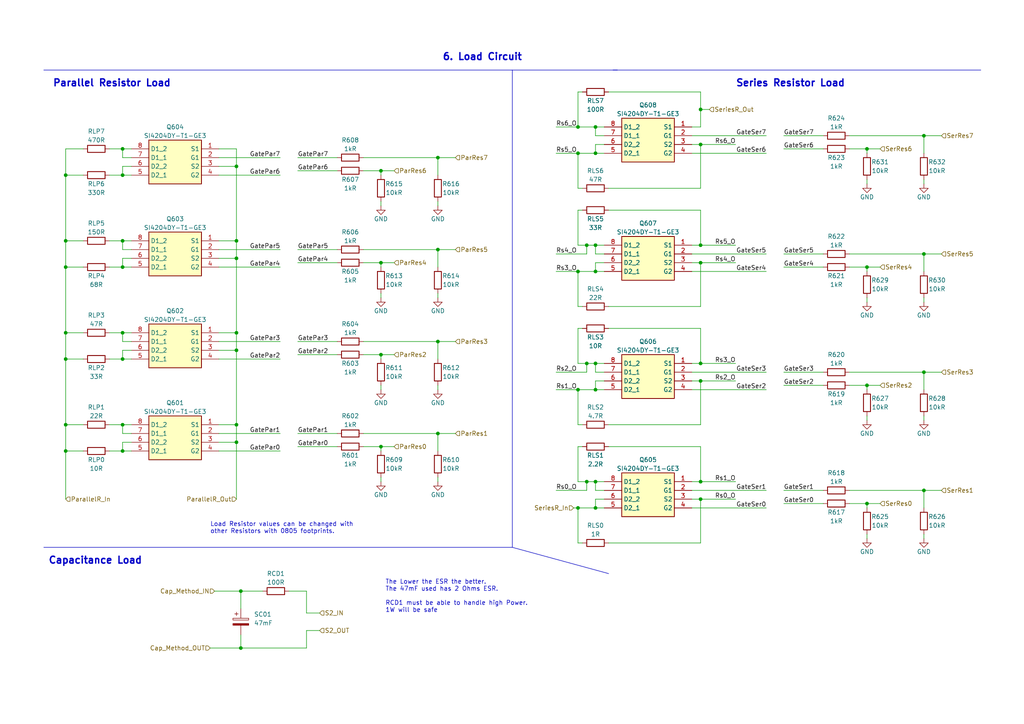
<source format=kicad_sch>
(kicad_sch (version 20230121) (generator eeschema)

  (uuid c18f2a83-4820-4aa1-830e-9c456640fdd6)

  (paper "A4")

  (title_block
    (title "Solar Curve Tracer")
    (rev "v1.0")
    (company "Thesis")
    (comment 1 "Author: Jason F J")
    (comment 2 "Matrk No: 3100513")
  )

  (lib_symbols
    (symbol "Device:C_Polarized" (pin_numbers hide) (pin_names (offset 0.254)) (in_bom yes) (on_board yes)
      (property "Reference" "C" (at 0.635 2.54 0)
        (effects (font (size 1.27 1.27)) (justify left))
      )
      (property "Value" "C_Polarized" (at 0.635 -2.54 0)
        (effects (font (size 1.27 1.27)) (justify left))
      )
      (property "Footprint" "" (at 0.9652 -3.81 0)
        (effects (font (size 1.27 1.27)) hide)
      )
      (property "Datasheet" "~" (at 0 0 0)
        (effects (font (size 1.27 1.27)) hide)
      )
      (property "ki_keywords" "cap capacitor" (at 0 0 0)
        (effects (font (size 1.27 1.27)) hide)
      )
      (property "ki_description" "Polarized capacitor" (at 0 0 0)
        (effects (font (size 1.27 1.27)) hide)
      )
      (property "ki_fp_filters" "CP_*" (at 0 0 0)
        (effects (font (size 1.27 1.27)) hide)
      )
      (symbol "C_Polarized_0_1"
        (rectangle (start -2.286 0.508) (end 2.286 1.016)
          (stroke (width 0) (type default))
          (fill (type none))
        )
        (polyline
          (pts
            (xy -1.778 2.286)
            (xy -0.762 2.286)
          )
          (stroke (width 0) (type default))
          (fill (type none))
        )
        (polyline
          (pts
            (xy -1.27 2.794)
            (xy -1.27 1.778)
          )
          (stroke (width 0) (type default))
          (fill (type none))
        )
        (rectangle (start 2.286 -0.508) (end -2.286 -1.016)
          (stroke (width 0) (type default))
          (fill (type outline))
        )
      )
      (symbol "C_Polarized_1_1"
        (pin passive line (at 0 3.81 270) (length 2.794)
          (name "~" (effects (font (size 1.27 1.27))))
          (number "1" (effects (font (size 1.27 1.27))))
        )
        (pin passive line (at 0 -3.81 90) (length 2.794)
          (name "~" (effects (font (size 1.27 1.27))))
          (number "2" (effects (font (size 1.27 1.27))))
        )
      )
    )
    (symbol "Device:R" (pin_numbers hide) (pin_names (offset 0)) (in_bom yes) (on_board yes)
      (property "Reference" "R" (at 2.032 0 90)
        (effects (font (size 1.27 1.27)))
      )
      (property "Value" "R" (at 0 0 90)
        (effects (font (size 1.27 1.27)))
      )
      (property "Footprint" "" (at -1.778 0 90)
        (effects (font (size 1.27 1.27)) hide)
      )
      (property "Datasheet" "~" (at 0 0 0)
        (effects (font (size 1.27 1.27)) hide)
      )
      (property "ki_keywords" "R res resistor" (at 0 0 0)
        (effects (font (size 1.27 1.27)) hide)
      )
      (property "ki_description" "Resistor" (at 0 0 0)
        (effects (font (size 1.27 1.27)) hide)
      )
      (property "ki_fp_filters" "R_*" (at 0 0 0)
        (effects (font (size 1.27 1.27)) hide)
      )
      (symbol "R_0_1"
        (rectangle (start -1.016 -2.54) (end 1.016 2.54)
          (stroke (width 0.254) (type default))
          (fill (type none))
        )
      )
      (symbol "R_1_1"
        (pin passive line (at 0 3.81 270) (length 1.27)
          (name "~" (effects (font (size 1.27 1.27))))
          (number "1" (effects (font (size 1.27 1.27))))
        )
        (pin passive line (at 0 -3.81 90) (length 1.27)
          (name "~" (effects (font (size 1.27 1.27))))
          (number "2" (effects (font (size 1.27 1.27))))
        )
      )
    )
    (symbol "SI4204DY-T1-GE3_1" (in_bom yes) (on_board yes)
      (property "Reference" "Q601" (at 3.81 7.62 0)
        (effects (font (size 1.27 1.27)))
      )
      (property "Value" "SI4204DY-T1-GE3" (at 3.81 5.08 0)
        (effects (font (size 1.27 1.27)))
      )
      (property "Footprint" "SI4204DY-T1-GE3:SOIC127P600X175-8N" (at 21.59 -94.92 0)
        (effects (font (size 1.27 1.27)) (justify left top) hide)
      )
      (property "Datasheet" "https://www.vishay.com/docs/65154/si4204dy.pdf" (at 21.59 -194.92 0)
        (effects (font (size 1.27 1.27)) (justify left top) hide)
      )
      (property "Height" "1.75" (at 21.59 -394.92 0)
        (effects (font (size 1.27 1.27)) (justify left top) hide)
      )
      (property "Mouser Part Number" "781-SI4204DY-T1-GE3" (at 21.59 -494.92 0)
        (effects (font (size 1.27 1.27)) (justify left top) hide)
      )
      (property "Mouser Price/Stock" "https://www.mouser.co.uk/ProductDetail/Vishay-Semiconductors/SI4204DY-T1-GE3?qs=WX95TUc1y56KMN7BzssOTA%3D%3D" (at 21.59 -594.92 0)
        (effects (font (size 1.27 1.27)) (justify left top) hide)
      )
      (property "Manufacturer_Name" "Vishay" (at 21.59 -694.92 0)
        (effects (font (size 1.27 1.27)) (justify left top) hide)
      )
      (property "Manufacturer_Part_Number" "SI4204DY-T1-GE3" (at 21.59 -794.92 0)
        (effects (font (size 1.27 1.27)) (justify left top) hide)
      )
      (property "ki_description" "Dual N-Ch MOSFET SO-8 BWL 20V 4.6mohm @" (at 0 0 0)
        (effects (font (size 1.27 1.27)) hide)
      )
      (symbol "SI4204DY-T1-GE3_1_1_1"
        (rectangle (start -3.81 3.81) (end 11.43 -8.89)
          (stroke (width 0.254) (type default))
          (fill (type background))
        )
        (pin passive line (at -8.89 1.27 0) (length 5.08)
          (name "S1" (effects (font (size 1.27 1.27))))
          (number "1" (effects (font (size 1.27 1.27))))
        )
        (pin passive line (at -8.89 -1.27 0) (length 5.08)
          (name "G1" (effects (font (size 1.27 1.27))))
          (number "2" (effects (font (size 1.27 1.27))))
        )
        (pin passive line (at -8.89 -3.81 0) (length 5.08)
          (name "S2" (effects (font (size 1.27 1.27))))
          (number "3" (effects (font (size 1.27 1.27))))
        )
        (pin passive line (at -8.89 -6.35 0) (length 5.08)
          (name "G2" (effects (font (size 1.27 1.27))))
          (number "4" (effects (font (size 1.27 1.27))))
        )
        (pin passive line (at 16.51 -6.35 180) (length 5.08)
          (name "D2_1" (effects (font (size 1.27 1.27))))
          (number "5" (effects (font (size 1.27 1.27))))
        )
        (pin passive line (at 16.51 -3.81 180) (length 5.08)
          (name "D2_2" (effects (font (size 1.27 1.27))))
          (number "6" (effects (font (size 1.27 1.27))))
        )
        (pin passive line (at 16.51 -1.27 180) (length 5.08)
          (name "D1_1" (effects (font (size 1.27 1.27))))
          (number "7" (effects (font (size 1.27 1.27))))
        )
        (pin passive line (at 16.51 1.27 180) (length 5.08)
          (name "D1_2" (effects (font (size 1.27 1.27))))
          (number "8" (effects (font (size 1.27 1.27))))
        )
      )
    )
    (symbol "power:GND" (power) (pin_names (offset 0)) (in_bom yes) (on_board yes)
      (property "Reference" "#PWR" (at 0 -6.35 0)
        (effects (font (size 1.27 1.27)) hide)
      )
      (property "Value" "GND" (at 0 -3.81 0)
        (effects (font (size 1.27 1.27)))
      )
      (property "Footprint" "" (at 0 0 0)
        (effects (font (size 1.27 1.27)) hide)
      )
      (property "Datasheet" "" (at 0 0 0)
        (effects (font (size 1.27 1.27)) hide)
      )
      (property "ki_keywords" "global power" (at 0 0 0)
        (effects (font (size 1.27 1.27)) hide)
      )
      (property "ki_description" "Power symbol creates a global label with name \"GND\" , ground" (at 0 0 0)
        (effects (font (size 1.27 1.27)) hide)
      )
      (symbol "GND_0_1"
        (polyline
          (pts
            (xy 0 0)
            (xy 0 -1.27)
            (xy 1.27 -1.27)
            (xy 0 -2.54)
            (xy -1.27 -1.27)
            (xy 0 -1.27)
          )
          (stroke (width 0) (type default))
          (fill (type none))
        )
      )
      (symbol "GND_1_1"
        (pin power_in line (at 0 0 270) (length 0) hide
          (name "GND" (effects (font (size 1.27 1.27))))
          (number "1" (effects (font (size 1.27 1.27))))
        )
      )
    )
  )

  (junction (at 172.72 44.45) (diameter 0) (color 0 0 0 0)
    (uuid 0455d552-e755-4f8c-b25e-1c37266adfd7)
  )
  (junction (at 203.2 76.2) (diameter 0) (color 0 0 0 0)
    (uuid 0898936c-544d-4feb-8fc0-97d84a6a70ab)
  )
  (junction (at 267.97 142.24) (diameter 0) (color 0 0 0 0)
    (uuid 0f836039-b9b0-4537-9ab7-ad7e34cf603e)
  )
  (junction (at 251.46 146.05) (diameter 0) (color 0 0 0 0)
    (uuid 135706d9-2171-4530-8444-ccaed9a05624)
  )
  (junction (at 110.49 102.87) (diameter 0) (color 0 0 0 0)
    (uuid 19d0ea36-a540-4b39-aaaf-420e684ef832)
  )
  (junction (at 19.05 69.85) (diameter 0) (color 0 0 0 0)
    (uuid 19eb5497-9bbc-4ccb-9f45-018c0e8375ab)
  )
  (junction (at 267.97 73.66) (diameter 0) (color 0 0 0 0)
    (uuid 1bc09826-4b95-4542-9fa2-f668eb3c2fec)
  )
  (junction (at 172.72 78.74) (diameter 0) (color 0 0 0 0)
    (uuid 1d732554-d5d4-4444-ac13-1caae35192fa)
  )
  (junction (at 68.58 128.27) (diameter 0) (color 0 0 0 0)
    (uuid 1e876e95-7cbe-4bb6-b1a9-c7de8302145c)
  )
  (junction (at 172.72 105.41) (diameter 0) (color 0 0 0 0)
    (uuid 25f805b8-5ad7-4342-801b-2d8ef427f550)
  )
  (junction (at 203.2 110.49) (diameter 0) (color 0 0 0 0)
    (uuid 28a0285e-4d39-4e7b-8a70-d04b63009370)
  )
  (junction (at 35.56 130.81) (diameter 0) (color 0 0 0 0)
    (uuid 2b30428c-7e71-40b3-a6c3-5315d397daf8)
  )
  (junction (at 251.46 111.76) (diameter 0) (color 0 0 0 0)
    (uuid 2d52e59a-4722-43d5-a697-5eceb22119d4)
  )
  (junction (at 172.72 113.03) (diameter 0) (color 0 0 0 0)
    (uuid 3b00a192-d5cc-4d4c-abf9-3b1631b35a9c)
  )
  (junction (at 267.97 39.37) (diameter 0) (color 0 0 0 0)
    (uuid 3dcc592a-6dd7-45ab-990f-dfb770b8e7a6)
  )
  (junction (at 172.72 139.7) (diameter 0) (color 0 0 0 0)
    (uuid 40b0c4fe-538a-4cf4-8eda-2723ea02a585)
  )
  (junction (at 267.97 107.95) (diameter 0) (color 0 0 0 0)
    (uuid 40cd52d6-2ad8-49f7-869d-f8cdbb8b544b)
  )
  (junction (at 68.58 74.93) (diameter 0) (color 0 0 0 0)
    (uuid 4a9890d2-6392-4f80-8fe7-348c9d10f4d9)
  )
  (junction (at 127 45.72) (diameter 0) (color 0 0 0 0)
    (uuid 4d3fe00f-0b07-4433-b649-5ef9ab532d4d)
  )
  (junction (at 167.64 36.83) (diameter 0) (color 0 0 0 0)
    (uuid 54c81be1-5457-46e8-aafb-0c9e02900c17)
  )
  (junction (at 127 125.73) (diameter 0) (color 0 0 0 0)
    (uuid 562b91be-ea47-4bec-a54a-88242d99c3b7)
  )
  (junction (at 172.72 147.32) (diameter 0) (color 0 0 0 0)
    (uuid 5c58edf0-90de-48a0-8737-05e99c3463d6)
  )
  (junction (at 69.85 187.96) (diameter 0) (color 0 0 0 0)
    (uuid 5cdffb45-3a15-4caa-bc31-72d1712c49ca)
  )
  (junction (at 35.56 77.47) (diameter 0) (color 0 0 0 0)
    (uuid 5ec3aa41-4e34-4a0f-8ebc-a24163d07f8c)
  )
  (junction (at 19.05 96.52) (diameter 0) (color 0 0 0 0)
    (uuid 60d080c1-c1e2-42ea-ba80-55a7532b17c1)
  )
  (junction (at 170.18 71.12) (diameter 0) (color 0 0 0 0)
    (uuid 675618a1-1e7a-45cd-861c-a946e87574d5)
  )
  (junction (at 110.49 129.54) (diameter 0) (color 0 0 0 0)
    (uuid 6aafdcbb-2cee-4e8f-9420-bcc37441f585)
  )
  (junction (at 35.56 50.8) (diameter 0) (color 0 0 0 0)
    (uuid 739713b6-ba11-4412-b986-41e43683489f)
  )
  (junction (at 170.18 105.41) (diameter 0) (color 0 0 0 0)
    (uuid 7454f802-11c3-40c4-98ee-a1ce4c59db70)
  )
  (junction (at 68.58 101.6) (diameter 0) (color 0 0 0 0)
    (uuid 77a20072-6d3b-4456-9306-44657e30ca37)
  )
  (junction (at 35.56 123.19) (diameter 0) (color 0 0 0 0)
    (uuid 7803c4dd-7cbe-4b98-be3f-f271287738f9)
  )
  (junction (at 127 72.39) (diameter 0) (color 0 0 0 0)
    (uuid 7c842855-dd2f-4d02-9168-769a3a1a9766)
  )
  (junction (at 68.58 123.19) (diameter 0) (color 0 0 0 0)
    (uuid 7ef92097-9412-48a0-8ab4-50e537c1b1f7)
  )
  (junction (at 167.64 44.45) (diameter 0) (color 0 0 0 0)
    (uuid 82c423c9-50d7-407c-ba0d-f49ff36e9187)
  )
  (junction (at 167.64 147.32) (diameter 0) (color 0 0 0 0)
    (uuid 83996889-bd85-408d-bd14-27e5cb0e3ad2)
  )
  (junction (at 68.58 96.52) (diameter 0) (color 0 0 0 0)
    (uuid 84f1b097-2d8a-4393-916e-16c2ec16516c)
  )
  (junction (at 172.72 36.83) (diameter 0) (color 0 0 0 0)
    (uuid 9549aecb-991c-4863-b12f-b1fba9e36479)
  )
  (junction (at 127 99.06) (diameter 0) (color 0 0 0 0)
    (uuid 9624f36c-4896-4874-b2d4-0df6023771cb)
  )
  (junction (at 69.85 171.45) (diameter 0) (color 0 0 0 0)
    (uuid 9b9f2a27-9ae7-445f-bee9-f1e54cb8a48b)
  )
  (junction (at 19.05 123.19) (diameter 0) (color 0 0 0 0)
    (uuid 9cb3a00c-3d04-4da1-bb52-6a37e72e4b97)
  )
  (junction (at 203.2 139.7) (diameter 0) (color 0 0 0 0)
    (uuid a0756899-083c-40e1-af48-ed6aad0dff17)
  )
  (junction (at 172.72 71.12) (diameter 0) (color 0 0 0 0)
    (uuid a491ece9-cce1-49bf-94b6-93d6d04cefb3)
  )
  (junction (at 251.46 77.47) (diameter 0) (color 0 0 0 0)
    (uuid a5aa3eac-0057-4951-b872-153bbe8cbbcf)
  )
  (junction (at 19.05 77.47) (diameter 0) (color 0 0 0 0)
    (uuid a7e90079-ff6d-41b0-8682-a906147f6354)
  )
  (junction (at 203.2 71.12) (diameter 0) (color 0 0 0 0)
    (uuid ac6f8828-9ac5-42b2-9917-0460ca1c1bbb)
  )
  (junction (at 251.46 43.18) (diameter 0) (color 0 0 0 0)
    (uuid b0cac91f-64f9-42ef-91eb-f639a45b1136)
  )
  (junction (at 167.64 113.03) (diameter 0) (color 0 0 0 0)
    (uuid b191b8dc-c4bb-4276-a26e-37bac3a832fb)
  )
  (junction (at 68.58 69.85) (diameter 0) (color 0 0 0 0)
    (uuid b2a2011c-6be8-495e-8a66-52f02c3ec574)
  )
  (junction (at 203.2 31.75) (diameter 0) (color 0 0 0 0)
    (uuid b4b78549-1c13-4420-90c9-190793c72877)
  )
  (junction (at 203.2 144.78) (diameter 0) (color 0 0 0 0)
    (uuid bfa87303-0bed-4b3d-adc5-9ddcf8a14325)
  )
  (junction (at 19.05 104.14) (diameter 0) (color 0 0 0 0)
    (uuid c320ec32-e89f-4bd6-8f0c-5b60efa1863d)
  )
  (junction (at 110.49 49.53) (diameter 0) (color 0 0 0 0)
    (uuid c80c84b4-c0da-492a-a5fc-647e52a05550)
  )
  (junction (at 167.64 78.74) (diameter 0) (color 0 0 0 0)
    (uuid c9aa241a-7e81-436f-ad4c-ceeb453e4121)
  )
  (junction (at 19.05 50.8) (diameter 0) (color 0 0 0 0)
    (uuid caa3b5d8-287a-4077-be3a-d4c4f367727c)
  )
  (junction (at 19.05 130.81) (diameter 0) (color 0 0 0 0)
    (uuid cbae05f3-d074-4afa-9062-70b29ff51102)
  )
  (junction (at 203.2 105.41) (diameter 0) (color 0 0 0 0)
    (uuid d40222e6-406b-4955-8876-97d248f7b014)
  )
  (junction (at 110.49 76.2) (diameter 0) (color 0 0 0 0)
    (uuid d4094517-1ebc-4252-bdd5-1034a5987532)
  )
  (junction (at 35.56 69.85) (diameter 0) (color 0 0 0 0)
    (uuid d73eb815-b84d-40d0-8a95-6c2656d15a5f)
  )
  (junction (at 35.56 96.52) (diameter 0) (color 0 0 0 0)
    (uuid e2857c7f-261a-4f51-9736-b07e25c882c5)
  )
  (junction (at 68.58 48.26) (diameter 0) (color 0 0 0 0)
    (uuid e3dc494b-9f63-4753-96c6-f05ac0cd7b81)
  )
  (junction (at 35.56 104.14) (diameter 0) (color 0 0 0 0)
    (uuid e44a4e52-30be-41d5-b084-8226abc0c002)
  )
  (junction (at 170.18 139.7) (diameter 0) (color 0 0 0 0)
    (uuid e47d7731-c68a-42e8-92d7-839c0c92d5a8)
  )
  (junction (at 35.56 43.18) (diameter 0) (color 0 0 0 0)
    (uuid e5ec211e-526d-4529-a22d-30b6c4a43716)
  )
  (junction (at 203.2 41.91) (diameter 0) (color 0 0 0 0)
    (uuid f4c561de-17a6-419e-bb44-f14255cfdf45)
  )

  (wire (pts (xy 172.72 78.74) (xy 167.64 78.74))
    (stroke (width 0) (type default))
    (uuid 01a6ec15-e97a-4677-bc1e-d30b03031bb3)
  )
  (wire (pts (xy 175.26 113.03) (xy 172.72 113.03))
    (stroke (width 0) (type default))
    (uuid 040c6a4c-7749-4722-b765-462092cf8c52)
  )
  (wire (pts (xy 267.97 107.95) (xy 267.97 113.03))
    (stroke (width 0) (type default))
    (uuid 072da835-a296-4555-947a-080728ae8064)
  )
  (wire (pts (xy 63.5 43.18) (xy 68.58 43.18))
    (stroke (width 0) (type default))
    (uuid 075050b0-0a91-4a73-bd57-acf7d96b0a4e)
  )
  (wire (pts (xy 251.46 154.94) (xy 251.46 156.21))
    (stroke (width 0) (type default))
    (uuid 084051fe-72c5-432e-8629-ab62920fe13b)
  )
  (wire (pts (xy 19.05 123.19) (xy 19.05 130.81))
    (stroke (width 0) (type default))
    (uuid 0842edd3-2540-4209-b952-7bb6c9a72f12)
  )
  (wire (pts (xy 63.5 125.73) (xy 81.28 125.73))
    (stroke (width 0) (type default))
    (uuid 0a5d384f-ae4a-45e5-baa4-ee3264afec4f)
  )
  (wire (pts (xy 68.58 74.93) (xy 68.58 96.52))
    (stroke (width 0) (type default))
    (uuid 0c45cdde-d5d8-4968-b0b7-5136da71a1b3)
  )
  (wire (pts (xy 110.49 49.53) (xy 114.3 49.53))
    (stroke (width 0) (type default))
    (uuid 0c616f62-5c9e-4824-a3d2-5823c09ecc19)
  )
  (wire (pts (xy 86.36 72.39) (xy 97.79 72.39))
    (stroke (width 0) (type default))
    (uuid 0f9d4f35-fb58-4c85-9174-f0b152866c36)
  )
  (wire (pts (xy 127 72.39) (xy 132.08 72.39))
    (stroke (width 0) (type default))
    (uuid 0ffe7b83-e4c2-4792-b6c0-08f8c51ba2df)
  )
  (wire (pts (xy 127 125.73) (xy 132.08 125.73))
    (stroke (width 0) (type default))
    (uuid 11031486-e751-4520-bd57-9b930dc0e0e0)
  )
  (wire (pts (xy 200.66 142.24) (xy 222.25 142.24))
    (stroke (width 0) (type default))
    (uuid 12f8d11c-a195-495b-a802-a6512c69f148)
  )
  (wire (pts (xy 63.5 77.47) (xy 81.28 77.47))
    (stroke (width 0) (type default))
    (uuid 13e322e8-4438-4b53-9c35-f994fd8e8607)
  )
  (wire (pts (xy 246.38 39.37) (xy 267.97 39.37))
    (stroke (width 0) (type default))
    (uuid 1524898e-7a9d-4ea9-9a74-f61772c9c466)
  )
  (wire (pts (xy 175.26 78.74) (xy 172.72 78.74))
    (stroke (width 0) (type default))
    (uuid 157c18a0-5946-4e85-9976-c49a78b6a6b4)
  )
  (wire (pts (xy 267.97 39.37) (xy 273.05 39.37))
    (stroke (width 0) (type default))
    (uuid 161b086a-2067-4802-959f-9ac0177399ac)
  )
  (wire (pts (xy 86.36 102.87) (xy 97.79 102.87))
    (stroke (width 0) (type default))
    (uuid 17652a17-1adb-4dbb-b571-d1f527f0a3d6)
  )
  (wire (pts (xy 200.66 110.49) (xy 203.2 110.49))
    (stroke (width 0) (type default))
    (uuid 180ab9a8-fe2f-475a-8157-fc5fd8d458fd)
  )
  (wire (pts (xy 176.53 95.25) (xy 203.2 95.25))
    (stroke (width 0) (type default))
    (uuid 188a89d3-76cb-4243-b490-6f76fee25182)
  )
  (wire (pts (xy 246.38 107.95) (xy 267.97 107.95))
    (stroke (width 0) (type default))
    (uuid 19d792b3-f17b-4a6c-b71b-cd1cece15451)
  )
  (wire (pts (xy 246.38 77.47) (xy 251.46 77.47))
    (stroke (width 0) (type default))
    (uuid 1c4b805f-b871-43ec-b9c0-855861be80f1)
  )
  (wire (pts (xy 176.53 157.48) (xy 203.2 157.48))
    (stroke (width 0) (type default))
    (uuid 1d0fc781-8c6c-43c3-b3ec-e7dacef7eb54)
  )
  (wire (pts (xy 19.05 104.14) (xy 19.05 123.19))
    (stroke (width 0) (type default))
    (uuid 1d9ec2af-b725-4eb8-86ce-e4096ca7f0ad)
  )
  (wire (pts (xy 38.1 45.72) (xy 35.56 45.72))
    (stroke (width 0) (type default))
    (uuid 1ff924b9-7014-49ad-bbbc-6e73f38fb008)
  )
  (wire (pts (xy 172.72 71.12) (xy 170.18 71.12))
    (stroke (width 0) (type default))
    (uuid 204c656b-46c8-4aa5-9a14-f2bc3e73ef7c)
  )
  (wire (pts (xy 35.56 50.8) (xy 35.56 48.26))
    (stroke (width 0) (type default))
    (uuid 20b6c561-cce0-40ae-a9de-7a8fbc7e3e4c)
  )
  (wire (pts (xy 35.56 48.26) (xy 38.1 48.26))
    (stroke (width 0) (type default))
    (uuid 20c99610-d024-438f-bad9-1ae5b8a95b7f)
  )
  (wire (pts (xy 172.72 44.45) (xy 167.64 44.45))
    (stroke (width 0) (type default))
    (uuid 21bcb688-f817-4b48-ad83-70abd4432d43)
  )
  (wire (pts (xy 267.97 107.95) (xy 273.05 107.95))
    (stroke (width 0) (type default))
    (uuid 22dc44b3-a3b3-4ddb-bc1a-b35249e5f26e)
  )
  (wire (pts (xy 200.66 139.7) (xy 203.2 139.7))
    (stroke (width 0) (type default))
    (uuid 22dfd5d8-dcbd-41c8-837f-d7ee24935d09)
  )
  (wire (pts (xy 167.64 88.9) (xy 168.91 88.9))
    (stroke (width 0) (type default))
    (uuid 23797f48-df5c-4d03-a4ae-9d3ab82889f9)
  )
  (wire (pts (xy 31.75 104.14) (xy 35.56 104.14))
    (stroke (width 0) (type default))
    (uuid 24ef48dd-a4df-4f35-a21f-b68c0b243131)
  )
  (wire (pts (xy 267.97 120.65) (xy 267.97 121.92))
    (stroke (width 0) (type default))
    (uuid 250f7be1-fbd2-442a-a56a-2e9e8b35d088)
  )
  (wire (pts (xy 175.26 105.41) (xy 172.72 105.41))
    (stroke (width 0) (type default))
    (uuid 25f90a8b-58f9-41e3-b6df-582854178928)
  )
  (wire (pts (xy 167.64 129.54) (xy 168.91 129.54))
    (stroke (width 0) (type default))
    (uuid 268f48f0-f11d-4753-9230-8240f145e9b7)
  )
  (wire (pts (xy 227.33 146.05) (xy 238.76 146.05))
    (stroke (width 0) (type default))
    (uuid 26fdae2c-cbbf-4f89-9948-03c983f5c57c)
  )
  (wire (pts (xy 200.66 107.95) (xy 222.25 107.95))
    (stroke (width 0) (type default))
    (uuid 2866bd2f-639a-4d6e-8797-2d1aed5543f4)
  )
  (wire (pts (xy 127 72.39) (xy 127 77.47))
    (stroke (width 0) (type default))
    (uuid 29a2d22f-9709-4370-9d12-806f3fdac77e)
  )
  (wire (pts (xy 31.75 96.52) (xy 35.56 96.52))
    (stroke (width 0) (type default))
    (uuid 29c2596d-62f1-46f0-95cb-45f726bf5bba)
  )
  (wire (pts (xy 172.72 105.41) (xy 172.72 107.95))
    (stroke (width 0) (type default))
    (uuid 29de384c-91da-4b9a-b559-da8bd790066f)
  )
  (wire (pts (xy 19.05 43.18) (xy 19.05 50.8))
    (stroke (width 0) (type default))
    (uuid 2a0400be-2e28-4b24-99d0-7dbcb55e9e5e)
  )
  (wire (pts (xy 110.49 76.2) (xy 114.3 76.2))
    (stroke (width 0) (type default))
    (uuid 2abb4494-4df6-48d9-a7f0-9ba8315c3706)
  )
  (wire (pts (xy 267.97 73.66) (xy 267.97 78.74))
    (stroke (width 0) (type default))
    (uuid 2ae4da6f-6970-4714-938f-a286e7df10bb)
  )
  (wire (pts (xy 35.56 130.81) (xy 35.56 128.27))
    (stroke (width 0) (type default))
    (uuid 2b0953d0-2447-4574-ac6c-b857d75db050)
  )
  (wire (pts (xy 19.05 123.19) (xy 24.13 123.19))
    (stroke (width 0) (type default))
    (uuid 2c55f5d3-fa1f-4de0-9784-200f183f6b01)
  )
  (wire (pts (xy 68.58 128.27) (xy 68.58 144.78))
    (stroke (width 0) (type default))
    (uuid 2d5daa3d-006d-4107-bf61-76c26f324fb8)
  )
  (wire (pts (xy 176.53 60.96) (xy 203.2 60.96))
    (stroke (width 0) (type default))
    (uuid 2da53c96-bf86-4e21-9e99-21ddcdab68a9)
  )
  (wire (pts (xy 110.49 129.54) (xy 110.49 130.81))
    (stroke (width 0) (type default))
    (uuid 2e5a8e56-e645-4905-9367-3f2e5d7cc9c4)
  )
  (wire (pts (xy 161.29 73.66) (xy 170.18 73.66))
    (stroke (width 0) (type default))
    (uuid 316c3cf7-11c2-4ac6-938f-adad03d8244e)
  )
  (wire (pts (xy 203.2 60.96) (xy 203.2 71.12))
    (stroke (width 0) (type default))
    (uuid 31934c47-d3e5-471e-af6c-6e75e95631c6)
  )
  (wire (pts (xy 35.56 123.19) (xy 38.1 123.19))
    (stroke (width 0) (type default))
    (uuid 31c37431-b316-47ac-b3a1-03afe83934af)
  )
  (wire (pts (xy 167.64 123.19) (xy 168.91 123.19))
    (stroke (width 0) (type default))
    (uuid 3476ce70-6df6-425a-b418-b3b8a2889b5d)
  )
  (wire (pts (xy 110.49 138.43) (xy 110.49 139.7))
    (stroke (width 0) (type default))
    (uuid 35b484cb-939f-4925-ac62-b5524c62cc3a)
  )
  (wire (pts (xy 63.5 50.8) (xy 81.28 50.8))
    (stroke (width 0) (type default))
    (uuid 36a78a76-b012-4f80-af75-14007274ee3e)
  )
  (wire (pts (xy 110.49 129.54) (xy 114.3 129.54))
    (stroke (width 0) (type default))
    (uuid 36b1f2d9-2ffc-43d1-bfba-9ab725f11ca6)
  )
  (wire (pts (xy 105.41 49.53) (xy 110.49 49.53))
    (stroke (width 0) (type default))
    (uuid 378ceadf-af29-4331-b362-3c5e6318f739)
  )
  (wire (pts (xy 161.29 36.83) (xy 167.64 36.83))
    (stroke (width 0) (type default))
    (uuid 37ce260d-8972-4fdd-b18a-33c008abeb7a)
  )
  (wire (pts (xy 38.1 130.81) (xy 35.56 130.81))
    (stroke (width 0) (type default))
    (uuid 39f4511c-6640-4e71-8adc-300be0fc69b6)
  )
  (wire (pts (xy 176.53 123.19) (xy 203.2 123.19))
    (stroke (width 0) (type default))
    (uuid 3b0942dd-9e96-4a7a-bc64-8496d7b13599)
  )
  (wire (pts (xy 127 45.72) (xy 132.08 45.72))
    (stroke (width 0) (type default))
    (uuid 3bd6d707-f834-4c32-baf1-0cc45c2d2cbf)
  )
  (wire (pts (xy 110.49 58.42) (xy 110.49 59.69))
    (stroke (width 0) (type default))
    (uuid 3c3177ba-0a73-4797-a536-fb4863278cf6)
  )
  (wire (pts (xy 200.66 147.32) (xy 222.25 147.32))
    (stroke (width 0) (type default))
    (uuid 3c442935-9259-4bd2-a4bb-931134cee36d)
  )
  (wire (pts (xy 172.72 76.2) (xy 172.72 78.74))
    (stroke (width 0) (type default))
    (uuid 3c730dc7-6817-40b8-987b-81b8ea201a70)
  )
  (wire (pts (xy 105.41 99.06) (xy 127 99.06))
    (stroke (width 0) (type default))
    (uuid 3e16cb12-cd4f-4865-b697-423a181f1761)
  )
  (wire (pts (xy 110.49 76.2) (xy 110.49 77.47))
    (stroke (width 0) (type default))
    (uuid 3e655757-4a05-45d4-89a3-35ed8aa90e37)
  )
  (wire (pts (xy 227.33 142.24) (xy 238.76 142.24))
    (stroke (width 0) (type default))
    (uuid 3f6b2625-351e-4b4c-b463-01b70dc00ade)
  )
  (wire (pts (xy 203.2 105.41) (xy 213.36 105.41))
    (stroke (width 0) (type default))
    (uuid 3f83dba9-7fa2-4286-83b0-0bffc9b574f7)
  )
  (wire (pts (xy 161.29 44.45) (xy 167.64 44.45))
    (stroke (width 0) (type default))
    (uuid 3fdc72fb-ea94-440d-89ab-30116d630755)
  )
  (wire (pts (xy 68.58 101.6) (xy 63.5 101.6))
    (stroke (width 0) (type default))
    (uuid 4577ea4b-c2d6-4200-9781-8d8a6e47fde9)
  )
  (wire (pts (xy 246.38 43.18) (xy 251.46 43.18))
    (stroke (width 0) (type default))
    (uuid 45b5bb76-2d25-4297-bc2a-ed078b44cee3)
  )
  (wire (pts (xy 200.66 76.2) (xy 203.2 76.2))
    (stroke (width 0) (type default))
    (uuid 467437a9-59bf-4d8a-ab95-2c5e52e41722)
  )
  (wire (pts (xy 175.26 73.66) (xy 172.72 73.66))
    (stroke (width 0) (type default))
    (uuid 48b4419c-95d6-4e96-9488-b45d60726dea)
  )
  (wire (pts (xy 267.97 39.37) (xy 267.97 44.45))
    (stroke (width 0) (type default))
    (uuid 491c967b-b1cb-4a09-8442-15a96006690c)
  )
  (wire (pts (xy 19.05 104.14) (xy 24.13 104.14))
    (stroke (width 0) (type default))
    (uuid 4ad6fd49-f065-41c8-8fcb-95396210e5b5)
  )
  (wire (pts (xy 175.26 107.95) (xy 172.72 107.95))
    (stroke (width 0) (type default))
    (uuid 4c2002ba-cc30-4ecb-a9a5-81250a5c9a47)
  )
  (wire (pts (xy 35.56 99.06) (xy 35.56 96.52))
    (stroke (width 0) (type default))
    (uuid 4ccbc565-5322-44c2-a776-381c6ca54fc7)
  )
  (wire (pts (xy 251.46 43.18) (xy 251.46 44.45))
    (stroke (width 0) (type default))
    (uuid 4d8960c2-cc3e-46bd-a735-319fe297c4db)
  )
  (wire (pts (xy 110.49 85.09) (xy 110.49 86.36))
    (stroke (width 0) (type default))
    (uuid 4e1c15c1-5e63-4bf7-9691-0696ec097a76)
  )
  (wire (pts (xy 161.29 78.74) (xy 167.64 78.74))
    (stroke (width 0) (type default))
    (uuid 4e8215aa-b7d4-4c64-a008-3892c08de3cf)
  )
  (wire (pts (xy 203.2 95.25) (xy 203.2 105.41))
    (stroke (width 0) (type default))
    (uuid 4ea96240-b2a8-45d1-8f53-f5fb443080ab)
  )
  (wire (pts (xy 200.66 36.83) (xy 203.2 36.83))
    (stroke (width 0) (type default))
    (uuid 4f4d53f3-aec7-433a-9098-062e85233acf)
  )
  (wire (pts (xy 127 85.09) (xy 127 86.36))
    (stroke (width 0) (type default))
    (uuid 4faf4d3e-ea48-4344-85b8-cf6bbcc3b8bd)
  )
  (wire (pts (xy 63.5 104.14) (xy 81.28 104.14))
    (stroke (width 0) (type default))
    (uuid 57b09d85-a17d-4cf8-9ecd-a543e9bd9d7b)
  )
  (wire (pts (xy 127 99.06) (xy 127 104.14))
    (stroke (width 0) (type default))
    (uuid 58137166-012b-4c42-8b63-b117567fb5fd)
  )
  (wire (pts (xy 161.29 113.03) (xy 167.64 113.03))
    (stroke (width 0) (type default))
    (uuid 58aac8c5-1bca-4b09-b8de-7910c989d758)
  )
  (wire (pts (xy 88.9 177.8) (xy 92.71 177.8))
    (stroke (width 0) (type default))
    (uuid 5af87769-23f2-4ecf-ac1e-b10040043f41)
  )
  (wire (pts (xy 251.46 120.65) (xy 251.46 121.92))
    (stroke (width 0) (type default))
    (uuid 5b4d1e0b-dc92-41e2-b4b9-bcb05a56416f)
  )
  (wire (pts (xy 127 125.73) (xy 127 130.81))
    (stroke (width 0) (type default))
    (uuid 5c6459bb-c51a-4710-85d8-cea4c550a7ee)
  )
  (wire (pts (xy 172.72 139.7) (xy 172.72 142.24))
    (stroke (width 0) (type default))
    (uuid 5e354442-9d34-42e1-91d4-a749c872ce56)
  )
  (wire (pts (xy 19.05 43.18) (xy 24.13 43.18))
    (stroke (width 0) (type default))
    (uuid 5f2c7947-41bc-41cf-aef9-80a2e3209818)
  )
  (wire (pts (xy 167.64 78.74) (xy 167.64 88.9))
    (stroke (width 0) (type default))
    (uuid 5f302939-cad0-4d63-8627-612ff1d1c25a)
  )
  (wire (pts (xy 105.41 102.87) (xy 110.49 102.87))
    (stroke (width 0) (type default))
    (uuid 5f313601-1c9c-40ea-af57-afb85d1eb8c5)
  )
  (wire (pts (xy 267.97 52.07) (xy 267.97 53.34))
    (stroke (width 0) (type default))
    (uuid 5f4d93d7-cbba-4887-babf-e1f2138aed9e)
  )
  (wire (pts (xy 88.9 171.45) (xy 83.82 171.45))
    (stroke (width 0) (type default))
    (uuid 5fad7727-084a-41fe-8835-df26296edb45)
  )
  (wire (pts (xy 200.66 73.66) (xy 222.25 73.66))
    (stroke (width 0) (type default))
    (uuid 60f66a65-1130-4cd6-a00e-ddba5ef2e1c5)
  )
  (wire (pts (xy 176.53 26.67) (xy 203.2 26.67))
    (stroke (width 0) (type default))
    (uuid 6113e4dc-71ac-45b0-904f-b061527ee73f)
  )
  (wire (pts (xy 251.46 146.05) (xy 251.46 147.32))
    (stroke (width 0) (type default))
    (uuid 618fc519-4b4a-4e8b-ba13-ff4410b09a1d)
  )
  (wire (pts (xy 68.58 48.26) (xy 63.5 48.26))
    (stroke (width 0) (type default))
    (uuid 62930c7e-7964-446d-8c51-a124e2713e05)
  )
  (wire (pts (xy 200.66 39.37) (xy 222.25 39.37))
    (stroke (width 0) (type default))
    (uuid 650af7d3-73ce-4b82-9eaa-cc7367f51dbc)
  )
  (wire (pts (xy 172.72 110.49) (xy 172.72 113.03))
    (stroke (width 0) (type default))
    (uuid 65f0e3b0-b0bb-4cbc-9918-10356ec4f2cc)
  )
  (wire (pts (xy 176.53 88.9) (xy 203.2 88.9))
    (stroke (width 0) (type default))
    (uuid 665c51d6-cd12-4195-9ae8-fc144db64487)
  )
  (wire (pts (xy 176.53 54.61) (xy 203.2 54.61))
    (stroke (width 0) (type default))
    (uuid 665dbeb5-ceca-4d64-a73e-0ffe57ad901d)
  )
  (wire (pts (xy 203.2 71.12) (xy 213.36 71.12))
    (stroke (width 0) (type default))
    (uuid 668c02ca-44a2-43f1-a1be-c359b0c2dfdf)
  )
  (wire (pts (xy 127 45.72) (xy 127 50.8))
    (stroke (width 0) (type default))
    (uuid 681060e1-7885-4d9e-bee9-f6460aaab9e5)
  )
  (wire (pts (xy 251.46 86.36) (xy 251.46 87.63))
    (stroke (width 0) (type default))
    (uuid 68a5daf7-4d4b-4213-af06-5b77105f9c28)
  )
  (wire (pts (xy 175.26 142.24) (xy 172.72 142.24))
    (stroke (width 0) (type default))
    (uuid 691f5270-c28f-470c-b051-2b8917369844)
  )
  (wire (pts (xy 19.05 69.85) (xy 24.13 69.85))
    (stroke (width 0) (type default))
    (uuid 69454ad7-18a7-4b6f-afcc-0bab691f8c9a)
  )
  (wire (pts (xy 35.56 43.18) (xy 31.75 43.18))
    (stroke (width 0) (type default))
    (uuid 6beb8a19-025c-4901-8263-3fbe13a7faaa)
  )
  (wire (pts (xy 31.75 77.47) (xy 35.56 77.47))
    (stroke (width 0) (type default))
    (uuid 6ca3ac10-c395-472d-9338-e13c1f427c10)
  )
  (wire (pts (xy 86.36 76.2) (xy 97.79 76.2))
    (stroke (width 0) (type default))
    (uuid 6dcda260-9de7-4f85-9d38-6def54e50a08)
  )
  (wire (pts (xy 19.05 96.52) (xy 24.13 96.52))
    (stroke (width 0) (type default))
    (uuid 6dff6111-8c73-405e-970b-9e3db3575ec7)
  )
  (wire (pts (xy 38.1 128.27) (xy 35.56 128.27))
    (stroke (width 0) (type default))
    (uuid 6e3782a7-d8eb-4928-b7f3-fb95540db5cd)
  )
  (wire (pts (xy 176.53 129.54) (xy 203.2 129.54))
    (stroke (width 0) (type default))
    (uuid 71c5b686-144d-47d7-98d0-9b87287b301e)
  )
  (wire (pts (xy 110.49 49.53) (xy 110.49 50.8))
    (stroke (width 0) (type default))
    (uuid 721ae237-b53f-4fde-97b4-e17284899c5b)
  )
  (wire (pts (xy 167.64 147.32) (xy 167.64 157.48))
    (stroke (width 0) (type default))
    (uuid 74f0ded6-80b7-4590-b287-09718a4d86d3)
  )
  (wire (pts (xy 161.29 107.95) (xy 170.18 107.95))
    (stroke (width 0) (type default))
    (uuid 75ff6d04-ffb6-427c-8e74-ef8e95ab1c49)
  )
  (wire (pts (xy 203.2 41.91) (xy 203.2 54.61))
    (stroke (width 0) (type default))
    (uuid 76e26c2c-c24a-4793-9009-c0fc6fc3adc9)
  )
  (wire (pts (xy 172.72 139.7) (xy 170.18 139.7))
    (stroke (width 0) (type default))
    (uuid 77ae4e93-b163-4dc4-90c8-22ce8084b0d2)
  )
  (wire (pts (xy 69.85 184.15) (xy 69.85 187.96))
    (stroke (width 0) (type default))
    (uuid 77cac07c-6db6-4ad0-9c1d-dc45040501d5)
  )
  (wire (pts (xy 246.38 73.66) (xy 267.97 73.66))
    (stroke (width 0) (type default))
    (uuid 79582b70-e2f8-41e2-8e36-080b91e60123)
  )
  (wire (pts (xy 38.1 50.8) (xy 35.56 50.8))
    (stroke (width 0) (type default))
    (uuid 7a56fd6a-0b18-41cf-8b31-bd68b7ed7d3d)
  )
  (wire (pts (xy 203.2 144.78) (xy 203.2 157.48))
    (stroke (width 0) (type default))
    (uuid 7c507560-9b7f-415e-b7b2-e1b61ad80aa6)
  )
  (wire (pts (xy 175.26 39.37) (xy 172.72 39.37))
    (stroke (width 0) (type default))
    (uuid 7c71af60-9a9a-4a25-8f80-b41aa1df3d47)
  )
  (wire (pts (xy 203.2 41.91) (xy 213.36 41.91))
    (stroke (width 0) (type default))
    (uuid 7d04d312-0639-4bfd-bfd5-e8c1bb6a9a02)
  )
  (wire (pts (xy 267.97 86.36) (xy 267.97 87.63))
    (stroke (width 0) (type default))
    (uuid 7d1e2432-bf64-4112-b5b5-f548067aadd7)
  )
  (wire (pts (xy 167.64 139.7) (xy 167.64 129.54))
    (stroke (width 0) (type default))
    (uuid 7d3e3caf-da6c-4bc2-a9dd-1b4191ded64f)
  )
  (wire (pts (xy 170.18 139.7) (xy 167.64 139.7))
    (stroke (width 0) (type default))
    (uuid 7e7ebbb4-7b03-4d7d-b306-8539e9b2098e)
  )
  (wire (pts (xy 251.46 146.05) (xy 255.27 146.05))
    (stroke (width 0) (type default))
    (uuid 7f18c18b-1d16-497e-98ad-a2c1f1e7ff8c)
  )
  (wire (pts (xy 175.26 144.78) (xy 172.72 144.78))
    (stroke (width 0) (type default))
    (uuid 81c468c7-a24e-40d4-aa40-c919388a3d0c)
  )
  (wire (pts (xy 200.66 41.91) (xy 203.2 41.91))
    (stroke (width 0) (type default))
    (uuid 81c62d7a-e5dc-4bb9-b722-0482c52599b1)
  )
  (wire (pts (xy 172.72 147.32) (xy 167.64 147.32))
    (stroke (width 0) (type default))
    (uuid 830c37f3-2715-422a-8aa8-c5f35a3d50dc)
  )
  (wire (pts (xy 227.33 77.47) (xy 238.76 77.47))
    (stroke (width 0) (type default))
    (uuid 844e95ad-2123-4992-a8ca-14ad605a6db6)
  )
  (wire (pts (xy 172.72 36.83) (xy 172.72 39.37))
    (stroke (width 0) (type default))
    (uuid 84607caf-116a-458c-b5e2-156fe5c0aa22)
  )
  (wire (pts (xy 267.97 73.66) (xy 273.05 73.66))
    (stroke (width 0) (type default))
    (uuid 84e3a70a-27ff-4a63-98fe-c483d2f029a2)
  )
  (wire (pts (xy 246.38 111.76) (xy 251.46 111.76))
    (stroke (width 0) (type default))
    (uuid 85c0435c-94e4-42e4-9321-cd165a5b9655)
  )
  (wire (pts (xy 19.05 130.81) (xy 19.05 144.78))
    (stroke (width 0) (type default))
    (uuid 85d0c305-94ed-4935-9b8b-45b828351cb0)
  )
  (polyline (pts (xy 12.7 20.32) (xy 284.48 20.32))
    (stroke (width 0) (type default))
    (uuid 8712a45a-d632-4abf-baa6-612b31da3906)
  )

  (wire (pts (xy 175.26 41.91) (xy 172.72 41.91))
    (stroke (width 0) (type default))
    (uuid 87558153-90f9-46d5-aba5-567b8120a706)
  )
  (wire (pts (xy 246.38 146.05) (xy 251.46 146.05))
    (stroke (width 0) (type default))
    (uuid 88a05095-16e1-4b24-b388-aad9d084b942)
  )
  (wire (pts (xy 175.26 110.49) (xy 172.72 110.49))
    (stroke (width 0) (type default))
    (uuid 88b2799e-7ccf-4576-abab-565fb306dd72)
  )
  (wire (pts (xy 31.75 50.8) (xy 35.56 50.8))
    (stroke (width 0) (type default))
    (uuid 8c8763a9-4c42-4580-9613-f00a2fd53c83)
  )
  (wire (pts (xy 170.18 71.12) (xy 167.64 71.12))
    (stroke (width 0) (type default))
    (uuid 8cd06d27-f44a-4959-9c25-dd4a3ebeb188)
  )
  (wire (pts (xy 167.64 44.45) (xy 167.64 54.61))
    (stroke (width 0) (type default))
    (uuid 8d1a0605-6a2c-4099-b929-40546b7629c6)
  )
  (wire (pts (xy 127 111.76) (xy 127 113.03))
    (stroke (width 0) (type default))
    (uuid 8e72d91f-dadc-4e7b-9d44-594b45decf77)
  )
  (wire (pts (xy 38.1 125.73) (xy 35.56 125.73))
    (stroke (width 0) (type default))
    (uuid 8f8bbd75-be21-43a9-b64f-1127b8b8a22e)
  )
  (wire (pts (xy 167.64 113.03) (xy 167.64 123.19))
    (stroke (width 0) (type default))
    (uuid 907bf262-0f13-484b-b7a7-023f9c39268e)
  )
  (wire (pts (xy 167.64 26.67) (xy 168.91 26.67))
    (stroke (width 0) (type default))
    (uuid 919108ba-710e-4fff-925a-13fe48337362)
  )
  (wire (pts (xy 88.9 182.88) (xy 92.71 182.88))
    (stroke (width 0) (type default))
    (uuid 92b2a578-e9b5-49d8-98d5-8688993b3f90)
  )
  (wire (pts (xy 200.66 78.74) (xy 222.25 78.74))
    (stroke (width 0) (type default))
    (uuid 933cf745-0c22-4f02-aeca-b1b9eb57e57c)
  )
  (wire (pts (xy 86.36 99.06) (xy 97.79 99.06))
    (stroke (width 0) (type default))
    (uuid 9372b876-4e8f-4ab6-8371-f848f78a821e)
  )
  (wire (pts (xy 63.5 123.19) (xy 68.58 123.19))
    (stroke (width 0) (type default))
    (uuid 937dd73e-ed8e-4c88-81cd-5c62cde1fa11)
  )
  (wire (pts (xy 19.05 50.8) (xy 19.05 69.85))
    (stroke (width 0) (type default))
    (uuid 9515d121-4d9f-4800-8b9f-eb94fd1ee0ab)
  )
  (wire (pts (xy 251.46 111.76) (xy 251.46 113.03))
    (stroke (width 0) (type default))
    (uuid 95278fd2-3f60-4b4a-aa2a-e89de2b5714a)
  )
  (wire (pts (xy 38.1 104.14) (xy 35.56 104.14))
    (stroke (width 0) (type default))
    (uuid 95d7e0b6-fa0f-492a-bd3b-07a637729a61)
  )
  (wire (pts (xy 267.97 154.94) (xy 267.97 156.21))
    (stroke (width 0) (type default))
    (uuid 9608eb57-eb99-4d62-96e1-5b2c97c5f724)
  )
  (wire (pts (xy 203.2 26.67) (xy 203.2 31.75))
    (stroke (width 0) (type default))
    (uuid 976a7dfd-bbf7-4db6-80e9-817935956f3c)
  )
  (wire (pts (xy 38.1 99.06) (xy 35.56 99.06))
    (stroke (width 0) (type default))
    (uuid 977e26a0-20e7-47ff-be43-8a8ed8f56f97)
  )
  (wire (pts (xy 167.64 105.41) (xy 167.64 95.25))
    (stroke (width 0) (type default))
    (uuid 98b73533-ec06-4316-8cce-d2f7475af2f4)
  )
  (wire (pts (xy 127 138.43) (xy 127 139.7))
    (stroke (width 0) (type default))
    (uuid 9916881c-3952-47c9-bae0-6095b6776a3a)
  )
  (wire (pts (xy 172.72 105.41) (xy 170.18 105.41))
    (stroke (width 0) (type default))
    (uuid 99540196-70a5-4c67-90b4-e7ba435c9546)
  )
  (wire (pts (xy 38.1 77.47) (xy 35.56 77.47))
    (stroke (width 0) (type default))
    (uuid 9af3420d-69a1-489e-893d-78e0c90a45ca)
  )
  (wire (pts (xy 203.2 31.75) (xy 205.74 31.75))
    (stroke (width 0) (type default))
    (uuid 9b98a327-9e04-4704-a3b6-e135e006f1f9)
  )
  (wire (pts (xy 19.05 77.47) (xy 19.05 96.52))
    (stroke (width 0) (type default))
    (uuid 9cba139a-6d83-4858-9d58-c7c04dbaa156)
  )
  (wire (pts (xy 172.72 71.12) (xy 172.72 73.66))
    (stroke (width 0) (type default))
    (uuid 9dc95bbc-9472-41fb-a0d3-91e5d0f5614c)
  )
  (wire (pts (xy 227.33 43.18) (xy 238.76 43.18))
    (stroke (width 0) (type default))
    (uuid 9f9558c8-4c90-4107-890f-40b30d01c84c)
  )
  (wire (pts (xy 35.56 72.39) (xy 35.56 69.85))
    (stroke (width 0) (type default))
    (uuid 9fea4a94-c606-4e5a-8358-67b2ac3c2ef8)
  )
  (wire (pts (xy 172.72 113.03) (xy 167.64 113.03))
    (stroke (width 0) (type default))
    (uuid a007f102-1a57-4e53-96bb-fa380951972d)
  )
  (wire (pts (xy 63.5 69.85) (xy 68.58 69.85))
    (stroke (width 0) (type default))
    (uuid a1a4d4fe-134f-4d61-bcd2-03826ea41816)
  )
  (wire (pts (xy 251.46 77.47) (xy 251.46 78.74))
    (stroke (width 0) (type default))
    (uuid a1f572a1-2303-4cab-a07c-bc1e905ad009)
  )
  (wire (pts (xy 68.58 43.18) (xy 68.58 48.26))
    (stroke (width 0) (type default))
    (uuid a1f75248-a047-4eb1-8cb8-0b04c11c78dc)
  )
  (wire (pts (xy 251.46 52.07) (xy 251.46 53.34))
    (stroke (width 0) (type default))
    (uuid a2db3eda-6d86-4f85-96ff-2a990c625cc4)
  )
  (wire (pts (xy 86.36 129.54) (xy 97.79 129.54))
    (stroke (width 0) (type default))
    (uuid a43096c5-3ae4-4397-96ab-8e559c84dede)
  )
  (wire (pts (xy 203.2 110.49) (xy 203.2 123.19))
    (stroke (width 0) (type default))
    (uuid a74d178d-a5ee-42fb-af35-baeb34690d82)
  )
  (wire (pts (xy 110.49 111.76) (xy 110.49 113.03))
    (stroke (width 0) (type default))
    (uuid a7c8c133-3f67-48bb-bc35-469ab87b5a01)
  )
  (wire (pts (xy 35.56 77.47) (xy 35.56 74.93))
    (stroke (width 0) (type default))
    (uuid a7eb72ee-5535-4117-b787-3317b797318f)
  )
  (wire (pts (xy 203.2 144.78) (xy 213.36 144.78))
    (stroke (width 0) (type default))
    (uuid a8b8fe0b-9a8a-4069-a5d3-0df11c6c6f32)
  )
  (wire (pts (xy 172.72 144.78) (xy 172.72 147.32))
    (stroke (width 0) (type default))
    (uuid ae9f55d2-5880-4df1-b653-b4d420cd3290)
  )
  (wire (pts (xy 68.58 101.6) (xy 68.58 123.19))
    (stroke (width 0) (type default))
    (uuid afb04641-56f7-4c04-9388-971c66bf2de4)
  )
  (wire (pts (xy 170.18 105.41) (xy 167.64 105.41))
    (stroke (width 0) (type default))
    (uuid b0c1947c-81de-4f00-9ddd-601ccdcb29b4)
  )
  (wire (pts (xy 203.2 110.49) (xy 213.36 110.49))
    (stroke (width 0) (type default))
    (uuid b2e6a01d-ba45-4dac-9e8b-dc4b1b26f254)
  )
  (wire (pts (xy 127 58.42) (xy 127 59.69))
    (stroke (width 0) (type default))
    (uuid b2ed3070-4e64-42a2-a036-5d2a415e4b16)
  )
  (wire (pts (xy 63.5 99.06) (xy 81.28 99.06))
    (stroke (width 0) (type default))
    (uuid b350c2ec-08bd-47a9-ab0c-724a1b264139)
  )
  (wire (pts (xy 35.56 96.52) (xy 38.1 96.52))
    (stroke (width 0) (type default))
    (uuid b37c367f-30b7-41bc-9dea-245955b3c884)
  )
  (wire (pts (xy 175.26 36.83) (xy 172.72 36.83))
    (stroke (width 0) (type default))
    (uuid b405707e-6167-4920-b294-a21d2c28e1d4)
  )
  (wire (pts (xy 167.64 71.12) (xy 167.64 60.96))
    (stroke (width 0) (type default))
    (uuid b5fbd520-7163-42c4-93f7-992f3568f7ce)
  )
  (wire (pts (xy 68.58 123.19) (xy 68.58 128.27))
    (stroke (width 0) (type default))
    (uuid b60e05ed-352e-4b82-884c-7358f1bba16d)
  )
  (polyline (pts (xy 179.07 20.32) (xy 177.8 20.32))
    (stroke (width 0) (type default))
    (uuid b6b039ae-c6b6-4f52-b4a6-a3f0faf4a334)
  )

  (wire (pts (xy 69.85 171.45) (xy 76.2 171.45))
    (stroke (width 0) (type default))
    (uuid b7449c63-ca72-4a61-bb8c-94b0814e55b1)
  )
  (wire (pts (xy 63.5 130.81) (xy 81.28 130.81))
    (stroke (width 0) (type default))
    (uuid b7ae8818-950b-4b95-90e6-cc0a4cd0f611)
  )
  (wire (pts (xy 110.49 102.87) (xy 114.3 102.87))
    (stroke (width 0) (type default))
    (uuid b898ffb5-1a91-4865-a17e-be390ee7ab77)
  )
  (wire (pts (xy 62.23 171.45) (xy 69.85 171.45))
    (stroke (width 0) (type default))
    (uuid b92108fc-d99a-436d-b4dd-3f8fbfedb59a)
  )
  (wire (pts (xy 167.64 36.83) (xy 172.72 36.83))
    (stroke (width 0) (type default))
    (uuid b9ed5911-47f3-448b-a4de-5c7e2fdb1b1d)
  )
  (wire (pts (xy 175.26 147.32) (xy 172.72 147.32))
    (stroke (width 0) (type default))
    (uuid ba90273e-d030-42cd-8377-613eedd794d7)
  )
  (wire (pts (xy 267.97 142.24) (xy 273.05 142.24))
    (stroke (width 0) (type default))
    (uuid bcad442f-c2a2-49d4-a687-d6999c46b6c6)
  )
  (polyline (pts (xy 148.59 158.75) (xy 176.53 166.37))
    (stroke (width 0) (type default))
    (uuid bf34d7fb-2843-4783-bf10-29cc5ace7b85)
  )

  (wire (pts (xy 63.5 96.52) (xy 68.58 96.52))
    (stroke (width 0) (type default))
    (uuid c1078a25-f36c-4eb6-9b4d-e034ee5e0a40)
  )
  (wire (pts (xy 60.96 187.96) (xy 69.85 187.96))
    (stroke (width 0) (type default))
    (uuid c151fcfa-a2c6-4675-9c31-1f9e858fc9d0)
  )
  (wire (pts (xy 35.56 74.93) (xy 38.1 74.93))
    (stroke (width 0) (type default))
    (uuid c210c26b-f343-4ae2-ae45-50eff46e8414)
  )
  (wire (pts (xy 200.66 144.78) (xy 203.2 144.78))
    (stroke (width 0) (type default))
    (uuid c272519b-f27f-44d4-94e5-c24c0d09284a)
  )
  (wire (pts (xy 31.75 69.85) (xy 35.56 69.85))
    (stroke (width 0) (type default))
    (uuid c2856e16-fb74-45ac-a2d5-0c5398e250bd)
  )
  (wire (pts (xy 170.18 107.95) (xy 170.18 105.41))
    (stroke (width 0) (type default))
    (uuid c4daf114-d584-4372-911d-830a44f8b4b2)
  )
  (wire (pts (xy 19.05 50.8) (xy 24.13 50.8))
    (stroke (width 0) (type default))
    (uuid c584ba91-3681-4618-bb50-a3032da33afa)
  )
  (wire (pts (xy 35.56 45.72) (xy 35.56 43.18))
    (stroke (width 0) (type default))
    (uuid c5b133d8-7dc6-430b-948a-fd69099578ec)
  )
  (wire (pts (xy 105.41 125.73) (xy 127 125.73))
    (stroke (width 0) (type default))
    (uuid c74fcfb2-e579-4a92-a5e1-b9ae7b0bb7a5)
  )
  (wire (pts (xy 170.18 142.24) (xy 170.18 139.7))
    (stroke (width 0) (type default))
    (uuid c850c7a3-e04f-4274-9bf2-de72c795e0dc)
  )
  (wire (pts (xy 167.64 95.25) (xy 168.91 95.25))
    (stroke (width 0) (type default))
    (uuid c8805a44-fbfb-43de-b6b5-972a30571ae4)
  )
  (wire (pts (xy 267.97 142.24) (xy 267.97 147.32))
    (stroke (width 0) (type default))
    (uuid c8d2cebe-7269-4128-b7ca-6ed155e44f68)
  )
  (wire (pts (xy 68.58 69.85) (xy 68.58 74.93))
    (stroke (width 0) (type default))
    (uuid c97e978e-2d49-4c70-a9f9-b7ec5329ebd9)
  )
  (polyline (pts (xy 12.7 158.75) (xy 148.59 158.75))
    (stroke (width 0) (type default))
    (uuid ca78dbbe-a87c-43f3-9e36-5cb2fa058571)
  )

  (wire (pts (xy 170.18 73.66) (xy 170.18 71.12))
    (stroke (width 0) (type default))
    (uuid caac90e3-f267-463f-ba3a-7a49317859eb)
  )
  (wire (pts (xy 203.2 139.7) (xy 213.36 139.7))
    (stroke (width 0) (type default))
    (uuid cabfa43c-e39f-48eb-9754-ff2921b789d2)
  )
  (wire (pts (xy 203.2 76.2) (xy 203.2 88.9))
    (stroke (width 0) (type default))
    (uuid caf9548f-cdf5-41e7-aeb6-04cbb064ee7f)
  )
  (wire (pts (xy 200.66 71.12) (xy 203.2 71.12))
    (stroke (width 0) (type default))
    (uuid cb007267-c354-4527-a51a-e373278339af)
  )
  (wire (pts (xy 35.56 101.6) (xy 38.1 101.6))
    (stroke (width 0) (type default))
    (uuid cbad9913-7eec-45fb-9197-4c1bf5efdd2e)
  )
  (wire (pts (xy 31.75 123.19) (xy 35.56 123.19))
    (stroke (width 0) (type default))
    (uuid cd2af000-1e25-4768-9b51-58819dd6a1ff)
  )
  (wire (pts (xy 227.33 111.76) (xy 238.76 111.76))
    (stroke (width 0) (type default))
    (uuid ce907ca7-42e3-45f0-a193-1cc21f483f35)
  )
  (wire (pts (xy 105.41 129.54) (xy 110.49 129.54))
    (stroke (width 0) (type default))
    (uuid cea89634-f22f-4b84-a365-9eab780c9279)
  )
  (wire (pts (xy 68.58 128.27) (xy 63.5 128.27))
    (stroke (width 0) (type default))
    (uuid d0f1af7c-f49b-4607-a866-240e33c99b78)
  )
  (wire (pts (xy 167.64 157.48) (xy 168.91 157.48))
    (stroke (width 0) (type default))
    (uuid d5b5cf1b-6a46-43e1-9402-13ec56d93c63)
  )
  (wire (pts (xy 251.46 43.18) (xy 255.27 43.18))
    (stroke (width 0) (type default))
    (uuid d67c6361-7e93-433d-9a2c-f7f70d354a46)
  )
  (wire (pts (xy 175.26 139.7) (xy 172.72 139.7))
    (stroke (width 0) (type default))
    (uuid d6db64b5-aee7-48a3-9eb3-d6fb888cb3b1)
  )
  (wire (pts (xy 175.26 76.2) (xy 172.72 76.2))
    (stroke (width 0) (type default))
    (uuid d777d083-61eb-43da-b167-f67ca86af360)
  )
  (wire (pts (xy 68.58 96.52) (xy 68.58 101.6))
    (stroke (width 0) (type default))
    (uuid d7a46a1d-79c4-4871-80f9-38b5a8f2f8b4)
  )
  (wire (pts (xy 227.33 107.95) (xy 238.76 107.95))
    (stroke (width 0) (type default))
    (uuid d7a532de-6ea1-4b81-88e2-48471cdf4090)
  )
  (wire (pts (xy 35.56 104.14) (xy 35.56 101.6))
    (stroke (width 0) (type default))
    (uuid d811c92f-d2f2-46da-828a-1f3bbe8090fc)
  )
  (wire (pts (xy 200.66 113.03) (xy 222.25 113.03))
    (stroke (width 0) (type default))
    (uuid d951d81c-9f59-491b-9ea0-178febfa9b03)
  )
  (wire (pts (xy 110.49 102.87) (xy 110.49 104.14))
    (stroke (width 0) (type default))
    (uuid da7b3001-0328-42ac-a015-a87eff43ff61)
  )
  (wire (pts (xy 69.85 187.96) (xy 88.9 187.96))
    (stroke (width 0) (type default))
    (uuid daa1dbbd-f380-4f6d-baae-84a491abf5a1)
  )
  (wire (pts (xy 88.9 171.45) (xy 88.9 177.8))
    (stroke (width 0) (type default))
    (uuid db4acdc3-c5c0-48ce-b1d9-ea82ebada105)
  )
  (wire (pts (xy 38.1 43.18) (xy 35.56 43.18))
    (stroke (width 0) (type default))
    (uuid dbb563b7-b88b-49ce-9cab-b8e0c8a62530)
  )
  (wire (pts (xy 35.56 130.81) (xy 31.75 130.81))
    (stroke (width 0) (type default))
    (uuid dc509b60-7c6a-4242-9e0a-97b2efb3698e)
  )
  (wire (pts (xy 86.36 125.73) (xy 97.79 125.73))
    (stroke (width 0) (type default))
    (uuid dcf393f5-2e0b-4ad4-ae09-fc1615de315e)
  )
  (wire (pts (xy 19.05 96.52) (xy 19.05 104.14))
    (stroke (width 0) (type default))
    (uuid dd6457c1-612a-4d9f-8d81-353c9e45a7da)
  )
  (wire (pts (xy 167.64 60.96) (xy 168.91 60.96))
    (stroke (width 0) (type default))
    (uuid e3fff922-362c-49d7-bd8e-9b852ae4c0a1)
  )
  (wire (pts (xy 88.9 182.88) (xy 88.9 187.96))
    (stroke (width 0) (type default))
    (uuid e4041475-5d04-4e9c-8ebf-66e9453173a5)
  )
  (wire (pts (xy 200.66 44.45) (xy 222.25 44.45))
    (stroke (width 0) (type default))
    (uuid e4befec8-7074-456d-b534-a60c59b8e101)
  )
  (wire (pts (xy 19.05 130.81) (xy 24.13 130.81))
    (stroke (width 0) (type default))
    (uuid e5fe43ee-3857-4817-b086-e973335fcc62)
  )
  (wire (pts (xy 172.72 41.91) (xy 172.72 44.45))
    (stroke (width 0) (type default))
    (uuid e739a775-e19f-41b0-adb2-31cb7bfdea7b)
  )
  (wire (pts (xy 35.56 125.73) (xy 35.56 123.19))
    (stroke (width 0) (type default))
    (uuid e739bf30-9468-47ee-97d7-f06f08aa2761)
  )
  (wire (pts (xy 251.46 77.47) (xy 255.27 77.47))
    (stroke (width 0) (type default))
    (uuid e7f2b55d-b47f-479e-819a-581eb7793144)
  )
  (wire (pts (xy 203.2 31.75) (xy 203.2 36.83))
    (stroke (width 0) (type default))
    (uuid e8112b43-04a2-48b0-956f-668d86ba8d6e)
  )
  (wire (pts (xy 166.37 147.32) (xy 167.64 147.32))
    (stroke (width 0) (type default))
    (uuid e8e04fdc-b2f0-4678-8bbf-fe19567d129a)
  )
  (wire (pts (xy 200.66 105.41) (xy 203.2 105.41))
    (stroke (width 0) (type default))
    (uuid ea5ee361-eeb7-4788-b514-7a21aa9494da)
  )
  (wire (pts (xy 86.36 45.72) (xy 97.79 45.72))
    (stroke (width 0) (type default))
    (uuid ea88db06-b707-4ece-a493-c631ed0545aa)
  )
  (wire (pts (xy 35.56 69.85) (xy 38.1 69.85))
    (stroke (width 0) (type default))
    (uuid eae5b358-009e-438e-824f-1ee070e19526)
  )
  (wire (pts (xy 19.05 69.85) (xy 19.05 77.47))
    (stroke (width 0) (type default))
    (uuid ef091934-1402-454c-a724-f51b2c7ea1e9)
  )
  (wire (pts (xy 167.64 54.61) (xy 168.91 54.61))
    (stroke (width 0) (type default))
    (uuid f0de1b0b-5faa-421d-ae87-9380fac90fa1)
  )
  (wire (pts (xy 161.29 142.24) (xy 170.18 142.24))
    (stroke (width 0) (type default))
    (uuid f1ee15b2-5843-4841-ab1f-2a94bc3c4881)
  )
  (wire (pts (xy 68.58 74.93) (xy 63.5 74.93))
    (stroke (width 0) (type default))
    (uuid f33ce6fb-42ac-49ed-96b1-74b0aeac81fb)
  )
  (polyline (pts (xy 148.59 20.32) (xy 148.59 158.75))
    (stroke (width 0) (type default))
    (uuid f341760b-24d7-4d56-944d-0658ada1df41)
  )

  (wire (pts (xy 227.33 73.66) (xy 238.76 73.66))
    (stroke (width 0) (type default))
    (uuid f3a654a8-e7e3-4614-80a7-275f2f6fba89)
  )
  (wire (pts (xy 175.26 71.12) (xy 172.72 71.12))
    (stroke (width 0) (type default))
    (uuid f40e8123-9590-4dbe-9b31-6a4119eb95b6)
  )
  (wire (pts (xy 203.2 76.2) (xy 213.36 76.2))
    (stroke (width 0) (type default))
    (uuid f4678932-4e65-4a3d-9517-2dd4587c9702)
  )
  (wire (pts (xy 38.1 72.39) (xy 35.56 72.39))
    (stroke (width 0) (type default))
    (uuid f538a548-b3ec-4ed1-8a25-70aecc9584ec)
  )
  (wire (pts (xy 203.2 129.54) (xy 203.2 139.7))
    (stroke (width 0) (type default))
    (uuid f642a8d7-0c2c-463c-936f-6fa985b974e6)
  )
  (wire (pts (xy 105.41 45.72) (xy 127 45.72))
    (stroke (width 0) (type default))
    (uuid f7060de6-c023-4625-8a43-e2b11d464c5e)
  )
  (wire (pts (xy 63.5 45.72) (xy 81.28 45.72))
    (stroke (width 0) (type default))
    (uuid f79202ed-b4e6-43fe-ac66-86fa563bf57b)
  )
  (wire (pts (xy 105.41 72.39) (xy 127 72.39))
    (stroke (width 0) (type default))
    (uuid f9068226-93b1-40b7-bf70-f4dbedba402f)
  )
  (wire (pts (xy 63.5 72.39) (xy 81.28 72.39))
    (stroke (width 0) (type default))
    (uuid f9a691f8-60b4-42e5-97d3-23c9e7ad9165)
  )
  (wire (pts (xy 86.36 49.53) (xy 97.79 49.53))
    (stroke (width 0) (type default))
    (uuid f9c4aa39-6a83-4d42-abe9-3866e5fa3e75)
  )
  (wire (pts (xy 105.41 76.2) (xy 110.49 76.2))
    (stroke (width 0) (type default))
    (uuid fa2d7d85-76b7-4621-b49e-dc41f689121b)
  )
  (wire (pts (xy 68.58 48.26) (xy 68.58 69.85))
    (stroke (width 0) (type default))
    (uuid fb491466-94fb-404c-9355-95392e85ab9e)
  )
  (wire (pts (xy 127 99.06) (xy 132.08 99.06))
    (stroke (width 0) (type default))
    (uuid fcfac027-f6a9-4de3-bcd5-9b28bbc7224f)
  )
  (wire (pts (xy 175.26 44.45) (xy 172.72 44.45))
    (stroke (width 0) (type default))
    (uuid fd61fffe-b9a8-4c8e-8ccb-db497f2c087a)
  )
  (wire (pts (xy 19.05 77.47) (xy 24.13 77.47))
    (stroke (width 0) (type default))
    (uuid fd77662e-72ec-4994-9f20-3c2f8b3cac89)
  )
  (wire (pts (xy 227.33 39.37) (xy 238.76 39.37))
    (stroke (width 0) (type default))
    (uuid fe016053-6826-48ff-a428-28e96e026437)
  )
  (wire (pts (xy 246.38 142.24) (xy 267.97 142.24))
    (stroke (width 0) (type default))
    (uuid fe1ed7be-c14a-498d-9c48-f0135482ae5e)
  )
  (wire (pts (xy 167.64 36.83) (xy 167.64 26.67))
    (stroke (width 0) (type default))
    (uuid feb3f92c-0169-4e59-abbe-5ed1fd076978)
  )
  (wire (pts (xy 251.46 111.76) (xy 255.27 111.76))
    (stroke (width 0) (type default))
    (uuid ff81122b-608a-4d1e-a942-a1dcf800dc17)
  )
  (wire (pts (xy 69.85 171.45) (xy 69.85 176.53))
    (stroke (width 0) (type default))
    (uuid ffcf2866-ac74-41fe-96b9-086e4017872c)
  )

  (text "Parallel Resistor Load" (at 15.24 25.4 0)
    (effects (font (size 2 2) (thickness 0.4) bold) (justify left bottom))
    (uuid 1d7cd124-0418-421e-8830-b25e9106744e)
  )
  (text "The Lower the ESR the better.\nThe 47mF used has 2 Ohms ESR.\n\nRCD1 must be able to handle high Power.\n1W will be safe"
    (at 111.76 177.8 0)
    (effects (font (size 1.27 1.27)) (justify left bottom))
    (uuid 2c529de8-0c51-48c4-818b-968394600982)
  )
  (text "6. Load Circuit" (at 128.27 17.78 0)
    (effects (font (size 2 2) (thickness 0.4) bold) (justify left bottom))
    (uuid 437b8ffa-3b58-40d2-b28d-3048c7c7b80f)
  )
  (text "Load Resistor values can be changed with \nother Resistors with 0805 footprints.\n"
    (at 60.96 154.94 0)
    (effects (font (size 1.27 1.27)) (justify left bottom))
    (uuid 79bfb2c0-36d8-47ef-98a4-0f069bfeafcd)
  )
  (text "Series Resistor Load" (at 213.36 25.4 0)
    (effects (font (size 2 2) (thickness 0.4) bold) (justify left bottom))
    (uuid b816e0aa-849e-4b9b-aef8-cc032b897e33)
  )
  (text "Capacitance Load" (at 13.97 163.83 0)
    (effects (font (size 2 2) (thickness 0.4) bold) (justify left bottom))
    (uuid f4c63303-8ce8-440c-84f8-6f7447044a8d)
  )

  (label "Rs5_O" (at 161.29 44.45 0) (fields_autoplaced)
    (effects (font (size 1.27 1.27)) (justify left bottom))
    (uuid 097b063e-a57a-4635-8d77-2094f16bee60)
  )
  (label "GatePar3" (at 86.36 99.06 0) (fields_autoplaced)
    (effects (font (size 1.27 1.27)) (justify left bottom))
    (uuid 0c548af4-a2d3-4344-bb1c-54cbd9394f96)
  )
  (label "Rs2_O" (at 213.36 110.49 180) (fields_autoplaced)
    (effects (font (size 1.27 1.27)) (justify right bottom))
    (uuid 211ad71a-0ad9-4e05-9a26-efbe03b9815f)
  )
  (label "GateSer4" (at 227.33 77.47 0) (fields_autoplaced)
    (effects (font (size 1.27 1.27)) (justify left bottom))
    (uuid 327d7bc7-6278-4fbb-95cf-1010978683b4)
  )
  (label "Rs6_O" (at 161.29 36.83 0) (fields_autoplaced)
    (effects (font (size 1.27 1.27)) (justify left bottom))
    (uuid 32d07fde-6b99-4db2-ad67-66ca2fd67d60)
  )
  (label "Rs2_O" (at 161.29 107.95 0) (fields_autoplaced)
    (effects (font (size 1.27 1.27)) (justify left bottom))
    (uuid 44842b02-a3fa-4d37-a4fb-d7699b7eca0f)
  )
  (label "GateSer6" (at 222.25 44.45 180) (fields_autoplaced)
    (effects (font (size 1.27 1.27)) (justify right bottom))
    (uuid 44dcdb8d-6971-4149-a612-395b40b0d44d)
  )
  (label "Rs0_O" (at 213.36 144.78 180) (fields_autoplaced)
    (effects (font (size 1.27 1.27)) (justify right bottom))
    (uuid 45596346-a5b4-4d2d-8f81-39b4101b9c13)
  )
  (label "GatePar0" (at 86.36 129.54 0) (fields_autoplaced)
    (effects (font (size 1.27 1.27)) (justify left bottom))
    (uuid 47d3995f-77a5-4f4b-9dce-e5cd605322f8)
  )
  (label "GatePar2" (at 86.36 102.87 0) (fields_autoplaced)
    (effects (font (size 1.27 1.27)) (justify left bottom))
    (uuid 54562493-0668-4095-ac38-1110ac594c31)
  )
  (label "GateSer2" (at 227.33 111.76 0) (fields_autoplaced)
    (effects (font (size 1.27 1.27)) (justify left bottom))
    (uuid 587da68a-6ba0-4f31-a2a0-000ae3a2a0ba)
  )
  (label "GatePar4" (at 81.28 77.47 180) (fields_autoplaced)
    (effects (font (size 1.27 1.27)) (justify right bottom))
    (uuid 5e385c75-7907-46e8-8946-317042f18aba)
  )
  (label "GatePar7" (at 81.28 45.72 180) (fields_autoplaced)
    (effects (font (size 1.27 1.27)) (justify right bottom))
    (uuid 6213524f-249f-48e9-9581-2ddace67c447)
  )
  (label "GatePar4" (at 86.36 76.2 0) (fields_autoplaced)
    (effects (font (size 1.27 1.27)) (justify left bottom))
    (uuid 658a6693-3ee6-4c07-86dd-a5030dec5b0c)
  )
  (label "Rs1_O" (at 161.29 113.03 0) (fields_autoplaced)
    (effects (font (size 1.27 1.27)) (justify left bottom))
    (uuid 6902a781-89b1-4081-8608-a1d11afab4ca)
  )
  (label "GateSer2" (at 222.25 113.03 180) (fields_autoplaced)
    (effects (font (size 1.27 1.27)) (justify right bottom))
    (uuid 69858abf-21b0-4c4d-973f-a4d2c747c09e)
  )
  (label "GateSer5" (at 227.33 73.66 0) (fields_autoplaced)
    (effects (font (size 1.27 1.27)) (justify left bottom))
    (uuid 6a55ef0f-3892-4eef-93bc-29ee0b61df64)
  )
  (label "Rs3_O" (at 213.36 105.41 180) (fields_autoplaced)
    (effects (font (size 1.27 1.27)) (justify right bottom))
    (uuid 6b178723-e274-4391-9cfe-df5bef485775)
  )
  (label "GateSer3" (at 227.33 107.95 0) (fields_autoplaced)
    (effects (font (size 1.27 1.27)) (justify left bottom))
    (uuid 6dabad9c-c63c-4ff0-88ad-74d9c683001e)
  )
  (label "GatePar7" (at 86.36 45.72 0) (fields_autoplaced)
    (effects (font (size 1.27 1.27)) (justify left bottom))
    (uuid 7114ec2a-a060-4a18-8683-44d6b499827a)
  )
  (label "GateSer5" (at 222.25 73.66 180) (fields_autoplaced)
    (effects (font (size 1.27 1.27)) (justify right bottom))
    (uuid 8789a21d-5c84-40b2-ac49-7583ea1eb0ff)
  )
  (label "GatePar5" (at 81.28 72.39 180) (fields_autoplaced)
    (effects (font (size 1.27 1.27)) (justify right bottom))
    (uuid 88ad41bf-8dd7-4c10-af54-d7de95709639)
  )
  (label "GatePar6" (at 86.36 49.53 0) (fields_autoplaced)
    (effects (font (size 1.27 1.27)) (justify left bottom))
    (uuid 8bb93338-ecaa-4d3d-b83d-c160caeaa0c8)
  )
  (label "Rs6_O" (at 213.36 41.91 180) (fields_autoplaced)
    (effects (font (size 1.27 1.27)) (justify right bottom))
    (uuid 8ce0f5a0-9834-4764-9a07-abb842dc2d8a)
  )
  (label "Rs4_O" (at 161.29 73.66 0) (fields_autoplaced)
    (effects (font (size 1.27 1.27)) (justify left bottom))
    (uuid 8cebcfe8-8b59-4adc-bc5f-085189227421)
  )
  (label "Rs1_O" (at 213.36 139.7 180) (fields_autoplaced)
    (effects (font (size 1.27 1.27)) (justify right bottom))
    (uuid 90085d68-7c0f-4400-90f3-a919656dcca4)
  )
  (label "GatePar1" (at 86.36 125.73 0) (fields_autoplaced)
    (effects (font (size 1.27 1.27)) (justify left bottom))
    (uuid 9a3dd211-904f-4c78-aef8-58aea248cb19)
  )
  (label "GateSer0" (at 222.25 147.32 180) (fields_autoplaced)
    (effects (font (size 1.27 1.27)) (justify right bottom))
    (uuid a3c0915d-500f-451a-8b9a-ee8dc7d9289c)
  )
  (label "GateSer0" (at 227.33 146.05 0) (fields_autoplaced)
    (effects (font (size 1.27 1.27)) (justify left bottom))
    (uuid aa9f1b29-8fc7-4316-bd20-31f902fe799e)
  )
  (label "GateSer1" (at 222.25 142.24 180) (fields_autoplaced)
    (effects (font (size 1.27 1.27)) (justify right bottom))
    (uuid ac7a6a93-840c-4d2a-ba38-8e05b7b04799)
  )
  (label "GateSer7" (at 222.25 39.37 180) (fields_autoplaced)
    (effects (font (size 1.27 1.27)) (justify right bottom))
    (uuid af63500a-2ea3-465b-a940-8b43753ad682)
  )
  (label "GatePar1" (at 81.28 125.73 180) (fields_autoplaced)
    (effects (font (size 1.27 1.27)) (justify right bottom))
    (uuid b386fa66-8fbb-4254-b276-84ae9cfd474e)
  )
  (label "GateSer6" (at 227.33 43.18 0) (fields_autoplaced)
    (effects (font (size 1.27 1.27)) (justify left bottom))
    (uuid b66fbe62-a61b-460f-ad99-450058e80ba0)
  )
  (label "Rs4_O" (at 213.36 76.2 180) (fields_autoplaced)
    (effects (font (size 1.27 1.27)) (justify right bottom))
    (uuid bc2d4271-509d-4397-8a6e-bb4d7ffe1827)
  )
  (label "GateSer1" (at 227.33 142.24 0) (fields_autoplaced)
    (effects (font (size 1.27 1.27)) (justify left bottom))
    (uuid c15a105e-e501-4e9e-901c-0bb9efca81b7)
  )
  (label "GatePar2" (at 81.28 104.14 180) (fields_autoplaced)
    (effects (font (size 1.27 1.27)) (justify right bottom))
    (uuid ca9e2b2c-732e-420a-890a-e846ebf8b15e)
  )
  (label "GateSer7" (at 227.33 39.37 0) (fields_autoplaced)
    (effects (font (size 1.27 1.27)) (justify left bottom))
    (uuid ce07b14c-f094-497d-b4ac-c70257044faa)
  )
  (label "GatePar0" (at 81.28 130.81 180) (fields_autoplaced)
    (effects (font (size 1.27 1.27)) (justify right bottom))
    (uuid cf157598-b110-420a-9c5d-87d615be38ab)
  )
  (label "GateSer4" (at 222.25 78.74 180) (fields_autoplaced)
    (effects (font (size 1.27 1.27)) (justify right bottom))
    (uuid d31fe500-482b-4a4e-8a65-7e3e36704557)
  )
  (label "GatePar6" (at 81.28 50.8 180) (fields_autoplaced)
    (effects (font (size 1.27 1.27)) (justify right bottom))
    (uuid d7e598c3-0b27-4a2d-84b3-3e513664d776)
  )
  (label "GateSer3" (at 222.25 107.95 180) (fields_autoplaced)
    (effects (font (size 1.27 1.27)) (justify right bottom))
    (uuid dd897fcd-7916-4832-9bf4-f4caa7ba5a56)
  )
  (label "GatePar3" (at 81.28 99.06 180) (fields_autoplaced)
    (effects (font (size 1.27 1.27)) (justify right bottom))
    (uuid e3d2c558-03ac-4c97-8766-b333221126e4)
  )
  (label "GatePar5" (at 86.36 72.39 0) (fields_autoplaced)
    (effects (font (size 1.27 1.27)) (justify left bottom))
    (uuid eb88d94f-7b7a-4fef-8490-ff42bf983b5f)
  )
  (label "Rs3_O" (at 161.29 78.74 0) (fields_autoplaced)
    (effects (font (size 1.27 1.27)) (justify left bottom))
    (uuid f4e01b86-fdf5-4b60-96a4-d2ffe628df00)
  )
  (label "Rs5_O" (at 213.36 71.12 180) (fields_autoplaced)
    (effects (font (size 1.27 1.27)) (justify right bottom))
    (uuid fc570142-87d4-4507-9522-f390baf1a6c6)
  )
  (label "Rs0_O" (at 161.29 142.24 0) (fields_autoplaced)
    (effects (font (size 1.27 1.27)) (justify left bottom))
    (uuid ff81b819-0159-4420-b5c9-29e866053ff9)
  )

  (hierarchical_label "ParRes3" (shape input) (at 132.08 99.06 0) (fields_autoplaced)
    (effects (font (size 1.27 1.27)) (justify left))
    (uuid 017c0b1f-d274-4d8b-ae3b-08d1cff02320)
  )
  (hierarchical_label "SerRes2" (shape input) (at 255.27 111.76 0) (fields_autoplaced)
    (effects (font (size 1.27 1.27)) (justify left))
    (uuid 101213f7-1a0b-478d-a73e-b652cc5aea3f)
  )
  (hierarchical_label "SerRes5" (shape input) (at 273.05 73.66 0) (fields_autoplaced)
    (effects (font (size 1.27 1.27)) (justify left))
    (uuid 11c3f85f-bd72-4a1e-93b2-c8e80a85a554)
  )
  (hierarchical_label "ParRes5" (shape input) (at 132.08 72.39 0) (fields_autoplaced)
    (effects (font (size 1.27 1.27)) (justify left))
    (uuid 160806ee-8a99-4ecc-92a3-938285587b70)
  )
  (hierarchical_label "ParRes4" (shape input) (at 114.3 76.2 0) (fields_autoplaced)
    (effects (font (size 1.27 1.27)) (justify left))
    (uuid 26d9304e-d996-47b7-9f22-4a7b981fc420)
  )
  (hierarchical_label "S2_IN" (shape input) (at 92.71 177.8 0) (fields_autoplaced)
    (effects (font (size 1.27 1.27)) (justify left))
    (uuid 2be45ae8-7de5-4a33-ac44-3bb1037f1500)
  )
  (hierarchical_label "SerRes0" (shape input) (at 255.27 146.05 0) (fields_autoplaced)
    (effects (font (size 1.27 1.27)) (justify left))
    (uuid 3cb2a2f7-b2ed-4811-b036-396da0861314)
  )
  (hierarchical_label "SerRes7" (shape input) (at 273.05 39.37 0) (fields_autoplaced)
    (effects (font (size 1.27 1.27)) (justify left))
    (uuid 4bdf5e20-1a13-4c69-857d-789b1dbc8e4e)
  )
  (hierarchical_label "ParRes2" (shape input) (at 114.3 102.87 0) (fields_autoplaced)
    (effects (font (size 1.27 1.27)) (justify left))
    (uuid 65224f98-45ba-464c-8b77-d0b305f0b850)
  )
  (hierarchical_label "ParRes1" (shape input) (at 132.08 125.73 0) (fields_autoplaced)
    (effects (font (size 1.27 1.27)) (justify left))
    (uuid 6983f8e7-3dc2-44ad-8ec1-f7390c570faf)
  )
  (hierarchical_label "ParRes7" (shape input) (at 132.08 45.72 0) (fields_autoplaced)
    (effects (font (size 1.27 1.27)) (justify left))
    (uuid 779c10e0-c437-46c0-8b65-aaac370034b9)
  )
  (hierarchical_label "SerRes1" (shape input) (at 273.05 142.24 0) (fields_autoplaced)
    (effects (font (size 1.27 1.27)) (justify left))
    (uuid 85f2c85d-e57c-437c-9725-06d09ea90f5c)
  )
  (hierarchical_label "SerRes4" (shape input) (at 255.27 77.47 0) (fields_autoplaced)
    (effects (font (size 1.27 1.27)) (justify left))
    (uuid 8961e071-ba83-4e04-b67c-6c71f931be66)
  )
  (hierarchical_label "SerRes6" (shape input) (at 255.27 43.18 0) (fields_autoplaced)
    (effects (font (size 1.27 1.27)) (justify left))
    (uuid 96559d4a-40ac-4927-b2df-b001edafb824)
  )
  (hierarchical_label "S2_OUT" (shape input) (at 92.71 182.88 0) (fields_autoplaced)
    (effects (font (size 1.27 1.27)) (justify left))
    (uuid a80bf6ce-91bb-4a48-8e34-ba15902d8d6a)
  )
  (hierarchical_label "Cap_Method_IN" (shape input) (at 62.23 171.45 180) (fields_autoplaced)
    (effects (font (size 1.27 1.27)) (justify right))
    (uuid c7eed5ef-e7fc-4288-bc5a-5a162353c363)
  )
  (hierarchical_label "SeriesR_In" (shape input) (at 166.37 147.32 180) (fields_autoplaced)
    (effects (font (size 1.27 1.27)) (justify right))
    (uuid cf41db4f-f723-45a1-a7e7-a6f6c4593bfe)
  )
  (hierarchical_label "ParallelR_In" (shape input) (at 19.05 144.78 0) (fields_autoplaced)
    (effects (font (size 1.27 1.27)) (justify left))
    (uuid d2fc66d2-2413-4512-9369-13728edf39eb)
  )
  (hierarchical_label "ParallelR_Out" (shape input) (at 68.58 144.78 180) (fields_autoplaced)
    (effects (font (size 1.27 1.27)) (justify right))
    (uuid d42f262d-dde4-480d-a0dd-baf2c6b72794)
  )
  (hierarchical_label "SerRes3" (shape input) (at 273.05 107.95 0) (fields_autoplaced)
    (effects (font (size 1.27 1.27)) (justify left))
    (uuid e6ba9018-1af6-4620-bbb8-9f7372980ecc)
  )
  (hierarchical_label "ParRes0" (shape input) (at 114.3 129.54 0) (fields_autoplaced)
    (effects (font (size 1.27 1.27)) (justify left))
    (uuid e98d987d-9f20-4107-9abc-bd98b180602b)
  )
  (hierarchical_label "SeriesR_Out" (shape input) (at 205.74 31.75 0) (fields_autoplaced)
    (effects (font (size 1.27 1.27)) (justify left))
    (uuid ea66bd20-1acf-4c81-9b99-73bd49168039)
  )
  (hierarchical_label "ParRes6" (shape input) (at 114.3 49.53 0) (fields_autoplaced)
    (effects (font (size 1.27 1.27)) (justify left))
    (uuid ecda34b8-3a33-4e71-a117-3b73aeab8685)
  )
  (hierarchical_label "Cap_Method_OUT" (shape input) (at 60.96 187.96 180) (fields_autoplaced)
    (effects (font (size 1.27 1.27)) (justify right))
    (uuid f14afae7-5bd1-4da4-9875-317d237175aa)
  )

  (symbol (lib_id "Device:R") (at 172.72 95.25 90) (unit 1)
    (in_bom yes) (on_board yes) (dnp no)
    (uuid 02bcf9ec-257c-47bf-a39f-adc51ac25e1c)
    (property "Reference" "RLS3" (at 172.72 97.79 90)
      (effects (font (size 1.27 1.27)))
    )
    (property "Value" "10R" (at 172.72 100.33 90)
      (effects (font (size 1.27 1.27)))
    )
    (property "Footprint" "Resistor_SMD:R_0805_2012Metric" (at 172.72 97.028 90)
      (effects (font (size 1.27 1.27)) hide)
    )
    (property "Datasheet" "~" (at 172.72 95.25 0)
      (effects (font (size 1.27 1.27)) hide)
    )
    (pin "2" (uuid 68b18241-257f-482f-aa39-d703a29f1dbd))
    (pin "1" (uuid fbbabd66-0821-4425-9dc4-69e3afd5836c))
    (instances
      (project "SolarCurveTracer"
        (path "/c56cdd98-1341-4196-bbbf-3a7a327e0d9d/b047ca5e-935e-487e-a23d-ff7f81da1cd1"
          (reference "RLS3") (unit 1)
        )
      )
    )
  )

  (symbol (lib_id "power:GND") (at 251.46 87.63 0) (unit 1)
    (in_bom yes) (on_board yes) (dnp no)
    (uuid 03c646d4-d79f-4219-902a-b4169b1332b6)
    (property "Reference" "#PWR074" (at 251.46 93.98 0)
      (effects (font (size 1.27 1.27)) hide)
    )
    (property "Value" "GND" (at 251.46 91.44 0)
      (effects (font (size 1.27 1.27)))
    )
    (property "Footprint" "" (at 251.46 87.63 0)
      (effects (font (size 1.27 1.27)) hide)
    )
    (property "Datasheet" "" (at 251.46 87.63 0)
      (effects (font (size 1.27 1.27)) hide)
    )
    (pin "1" (uuid acfef37c-5ff7-4169-88a0-4bfa71cabc99))
    (instances
      (project "SolarCurveTracer"
        (path "/c56cdd98-1341-4196-bbbf-3a7a327e0d9d/b047ca5e-935e-487e-a23d-ff7f81da1cd1"
          (reference "#PWR074") (unit 1)
        )
      )
    )
  )

  (symbol (lib_id "Device:R") (at 110.49 81.28 180) (unit 1)
    (in_bom yes) (on_board yes) (dnp no)
    (uuid 04e22ccc-6d24-4f28-a012-70ced26e7ad4)
    (property "Reference" "R613" (at 114.3 80.01 0)
      (effects (font (size 1.27 1.27)))
    )
    (property "Value" "10kR" (at 114.3 82.55 0)
      (effects (font (size 1.27 1.27)))
    )
    (property "Footprint" "Resistor_SMD:R_0402_1005Metric" (at 112.268 81.28 90)
      (effects (font (size 1.27 1.27)) hide)
    )
    (property "Datasheet" "~" (at 110.49 81.28 0)
      (effects (font (size 1.27 1.27)) hide)
    )
    (pin "2" (uuid 7953b82a-b124-4319-a5c0-38c6cac79b07))
    (pin "1" (uuid d5ce6f62-c29e-444c-9c4b-d393aacbd366))
    (instances
      (project "SolarCurveTracer"
        (path "/c56cdd98-1341-4196-bbbf-3a7a327e0d9d/b047ca5e-935e-487e-a23d-ff7f81da1cd1"
          (reference "R613") (unit 1)
        )
      )
    )
  )

  (symbol (lib_id "Device:R") (at 101.6 102.87 90) (unit 1)
    (in_bom yes) (on_board yes) (dnp no)
    (uuid 08fc303d-a873-4c2e-abaf-f66fe6f699fd)
    (property "Reference" "R603" (at 101.6 105.41 90)
      (effects (font (size 1.27 1.27)))
    )
    (property "Value" "1kR" (at 101.6 107.95 90)
      (effects (font (size 1.27 1.27)))
    )
    (property "Footprint" "Resistor_SMD:R_0402_1005Metric" (at 101.6 104.648 90)
      (effects (font (size 1.27 1.27)) hide)
    )
    (property "Datasheet" "~" (at 101.6 102.87 0)
      (effects (font (size 1.27 1.27)) hide)
    )
    (pin "2" (uuid 20a97590-b5a0-4a0a-8250-b926681d0f05))
    (pin "1" (uuid f7ac0378-b5ab-4dbc-a236-3e9cd8096be2))
    (instances
      (project "SolarCurveTracer"
        (path "/c56cdd98-1341-4196-bbbf-3a7a327e0d9d/b047ca5e-935e-487e-a23d-ff7f81da1cd1"
          (reference "R603") (unit 1)
        )
      )
    )
  )

  (symbol (lib_id "Device:R") (at 267.97 48.26 180) (unit 1)
    (in_bom yes) (on_board yes) (dnp no)
    (uuid 150d1678-e6d9-4269-9975-3d3a1316ad3d)
    (property "Reference" "R632" (at 271.78 46.99 0)
      (effects (font (size 1.27 1.27)))
    )
    (property "Value" "10kR" (at 271.78 49.53 0)
      (effects (font (size 1.27 1.27)))
    )
    (property "Footprint" "Resistor_SMD:R_0402_1005Metric" (at 269.748 48.26 90)
      (effects (font (size 1.27 1.27)) hide)
    )
    (property "Datasheet" "~" (at 267.97 48.26 0)
      (effects (font (size 1.27 1.27)) hide)
    )
    (pin "2" (uuid dfe220ae-ed79-45cc-88aa-2ece826e843e))
    (pin "1" (uuid fafedf47-7f8c-4241-83c3-2cfc135d29ea))
    (instances
      (project "SolarCurveTracer"
        (path "/c56cdd98-1341-4196-bbbf-3a7a327e0d9d/b047ca5e-935e-487e-a23d-ff7f81da1cd1"
          (reference "R632") (unit 1)
        )
      )
    )
  )

  (symbol (lib_name "SI4204DY-T1-GE3_1") (lib_id "SI4204DY-T1-GE3:SI4204DY-T1-GE3") (at 54.61 124.46 0) (mirror y) (unit 1)
    (in_bom yes) (on_board yes) (dnp no)
    (uuid 164a413f-a6e4-4e66-af23-d0614215b85f)
    (property "Reference" "Q601" (at 50.8 116.84 0)
      (effects (font (size 1.27 1.27)))
    )
    (property "Value" "SI4204DY-T1-GE3" (at 50.8 119.38 0)
      (effects (font (size 1.27 1.27)))
    )
    (property "Footprint" "SI4204DY-T1-GE3:SOIC127P600X175-8N" (at 33.02 219.38 0)
      (effects (font (size 1.27 1.27)) (justify left top) hide)
    )
    (property "Datasheet" "https://www.vishay.com/docs/65154/si4204dy.pdf" (at 33.02 319.38 0)
      (effects (font (size 1.27 1.27)) (justify left top) hide)
    )
    (property "Height" "1.75" (at 33.02 519.38 0)
      (effects (font (size 1.27 1.27)) (justify left top) hide)
    )
    (property "Mouser Part Number" "781-SI4204DY-T1-GE3" (at 33.02 619.38 0)
      (effects (font (size 1.27 1.27)) (justify left top) hide)
    )
    (property "Mouser Price/Stock" "https://www.mouser.co.uk/ProductDetail/Vishay-Semiconductors/SI4204DY-T1-GE3?qs=WX95TUc1y56KMN7BzssOTA%3D%3D" (at 33.02 719.38 0)
      (effects (font (size 1.27 1.27)) (justify left top) hide)
    )
    (property "Manufacturer_Name" "Vishay" (at 33.02 819.38 0)
      (effects (font (size 1.27 1.27)) (justify left top) hide)
    )
    (property "Manufacturer_Part_Number" "SI4204DY-T1-GE3" (at 33.02 919.38 0)
      (effects (font (size 1.27 1.27)) (justify left top) hide)
    )
    (pin "6" (uuid 0bf61918-df39-496c-81b0-82dfb51df08b))
    (pin "7" (uuid 83164388-8fcf-4da3-b1f3-93180b604cd9))
    (pin "8" (uuid e6672a3a-66c6-4f94-b82f-88451fa90d2f))
    (pin "5" (uuid 520501cd-f575-4a09-b484-b0ae07fdc91d))
    (pin "1" (uuid bad30170-6bf1-4e57-925c-9669a1a75c98))
    (pin "2" (uuid af9bae0d-0262-4d34-b44b-e33c47ca1f8c))
    (pin "3" (uuid 863b1326-ced7-43c0-b2b1-49a77e74fbd4))
    (pin "4" (uuid 69d98a54-46e1-4048-94c5-b24c97ff6d10))
    (instances
      (project "SolarCurveTracer"
        (path "/c56cdd98-1341-4196-bbbf-3a7a327e0d9d/b047ca5e-935e-487e-a23d-ff7f81da1cd1"
          (reference "Q601") (unit 1)
        )
      )
    )
  )

  (symbol (lib_id "power:GND") (at 127 59.69 0) (unit 1)
    (in_bom yes) (on_board yes) (dnp no)
    (uuid 185e7041-0a59-4638-8da9-27504a568a25)
    (property "Reference" "#PWR035" (at 127 66.04 0)
      (effects (font (size 1.27 1.27)) hide)
    )
    (property "Value" "GND" (at 127 63.5 0)
      (effects (font (size 1.27 1.27)))
    )
    (property "Footprint" "" (at 127 59.69 0)
      (effects (font (size 1.27 1.27)) hide)
    )
    (property "Datasheet" "" (at 127 59.69 0)
      (effects (font (size 1.27 1.27)) hide)
    )
    (pin "1" (uuid 8a246d66-38f3-4a04-a2d4-163052f082a7))
    (instances
      (project "SolarCurveTracer"
        (path "/c56cdd98-1341-4196-bbbf-3a7a327e0d9d/b047ca5e-935e-487e-a23d-ff7f81da1cd1"
          (reference "#PWR035") (unit 1)
        )
      )
    )
  )

  (symbol (lib_id "Device:R") (at 101.6 45.72 90) (unit 1)
    (in_bom yes) (on_board yes) (dnp no)
    (uuid 18be5385-1de3-410c-a95d-9de5d558a64a)
    (property "Reference" "R608" (at 101.6 40.64 90)
      (effects (font (size 1.27 1.27)))
    )
    (property "Value" "1kR" (at 101.6 43.18 90)
      (effects (font (size 1.27 1.27)))
    )
    (property "Footprint" "Resistor_SMD:R_0402_1005Metric" (at 101.6 47.498 90)
      (effects (font (size 1.27 1.27)) hide)
    )
    (property "Datasheet" "~" (at 101.6 45.72 0)
      (effects (font (size 1.27 1.27)) hide)
    )
    (pin "2" (uuid 3291bd38-93f7-40f4-8aa7-bea4a01545d7))
    (pin "1" (uuid 9edc7b89-009e-40ae-9511-ddca9f16497b))
    (instances
      (project "SolarCurveTracer"
        (path "/c56cdd98-1341-4196-bbbf-3a7a327e0d9d/b047ca5e-935e-487e-a23d-ff7f81da1cd1"
          (reference "R608") (unit 1)
        )
      )
    )
  )

  (symbol (lib_id "Device:R") (at 101.6 99.06 90) (unit 1)
    (in_bom yes) (on_board yes) (dnp no)
    (uuid 190537a2-8329-409a-8ea9-9f1927c08160)
    (property "Reference" "R604" (at 101.6 93.98 90)
      (effects (font (size 1.27 1.27)))
    )
    (property "Value" "1kR" (at 101.6 96.52 90)
      (effects (font (size 1.27 1.27)))
    )
    (property "Footprint" "Resistor_SMD:R_0402_1005Metric" (at 101.6 100.838 90)
      (effects (font (size 1.27 1.27)) hide)
    )
    (property "Datasheet" "~" (at 101.6 99.06 0)
      (effects (font (size 1.27 1.27)) hide)
    )
    (pin "2" (uuid ff876f95-dd87-44de-b362-e8045dbeccc5))
    (pin "1" (uuid 19b74922-44da-489d-8cb1-d3effa97cb3c))
    (instances
      (project "SolarCurveTracer"
        (path "/c56cdd98-1341-4196-bbbf-3a7a327e0d9d/b047ca5e-935e-487e-a23d-ff7f81da1cd1"
          (reference "R604") (unit 1)
        )
      )
    )
  )

  (symbol (lib_id "Device:R") (at 127 81.28 180) (unit 1)
    (in_bom yes) (on_board yes) (dnp no)
    (uuid 1b477533-1554-458b-b1ae-16903b38d9fd)
    (property "Reference" "R614" (at 130.81 80.01 0)
      (effects (font (size 1.27 1.27)))
    )
    (property "Value" "10kR" (at 130.81 82.55 0)
      (effects (font (size 1.27 1.27)))
    )
    (property "Footprint" "Resistor_SMD:R_0402_1005Metric" (at 128.778 81.28 90)
      (effects (font (size 1.27 1.27)) hide)
    )
    (property "Datasheet" "~" (at 127 81.28 0)
      (effects (font (size 1.27 1.27)) hide)
    )
    (pin "2" (uuid ea7f1e39-c592-4225-b6c7-4c2ec159372c))
    (pin "1" (uuid 036532a2-36e3-403d-8219-083d67cc2c9b))
    (instances
      (project "SolarCurveTracer"
        (path "/c56cdd98-1341-4196-bbbf-3a7a327e0d9d/b047ca5e-935e-487e-a23d-ff7f81da1cd1"
          (reference "R614") (unit 1)
        )
      )
    )
  )

  (symbol (lib_id "power:GND") (at 110.49 59.69 0) (unit 1)
    (in_bom yes) (on_board yes) (dnp no)
    (uuid 230355c9-67d7-4471-82c5-09c8d0cc6d41)
    (property "Reference" "#PWR034" (at 110.49 66.04 0)
      (effects (font (size 1.27 1.27)) hide)
    )
    (property "Value" "GND" (at 110.49 63.5 0)
      (effects (font (size 1.27 1.27)))
    )
    (property "Footprint" "" (at 110.49 59.69 0)
      (effects (font (size 1.27 1.27)) hide)
    )
    (property "Datasheet" "" (at 110.49 59.69 0)
      (effects (font (size 1.27 1.27)) hide)
    )
    (pin "1" (uuid 71baf815-b625-4903-975a-cb681d1a4dd5))
    (instances
      (project "SolarCurveTracer"
        (path "/c56cdd98-1341-4196-bbbf-3a7a327e0d9d/b047ca5e-935e-487e-a23d-ff7f81da1cd1"
          (reference "#PWR034") (unit 1)
        )
      )
    )
  )

  (symbol (lib_name "SI4204DY-T1-GE3_1") (lib_id "SI4204DY-T1-GE3:SI4204DY-T1-GE3") (at 54.61 97.79 0) (mirror y) (unit 1)
    (in_bom yes) (on_board yes) (dnp no)
    (uuid 25e57903-3cc6-491f-a1d2-88e9631af071)
    (property "Reference" "Q602" (at 50.8 90.17 0)
      (effects (font (size 1.27 1.27)))
    )
    (property "Value" "SI4204DY-T1-GE3" (at 50.8 92.71 0)
      (effects (font (size 1.27 1.27)))
    )
    (property "Footprint" "SI4204DY-T1-GE3:SOIC127P600X175-8N" (at 33.02 192.71 0)
      (effects (font (size 1.27 1.27)) (justify left top) hide)
    )
    (property "Datasheet" "https://www.vishay.com/docs/65154/si4204dy.pdf" (at 33.02 292.71 0)
      (effects (font (size 1.27 1.27)) (justify left top) hide)
    )
    (property "Height" "1.75" (at 33.02 492.71 0)
      (effects (font (size 1.27 1.27)) (justify left top) hide)
    )
    (property "Mouser Part Number" "781-SI4204DY-T1-GE3" (at 33.02 592.71 0)
      (effects (font (size 1.27 1.27)) (justify left top) hide)
    )
    (property "Mouser Price/Stock" "https://www.mouser.co.uk/ProductDetail/Vishay-Semiconductors/SI4204DY-T1-GE3?qs=WX95TUc1y56KMN7BzssOTA%3D%3D" (at 33.02 692.71 0)
      (effects (font (size 1.27 1.27)) (justify left top) hide)
    )
    (property "Manufacturer_Name" "Vishay" (at 33.02 792.71 0)
      (effects (font (size 1.27 1.27)) (justify left top) hide)
    )
    (property "Manufacturer_Part_Number" "SI4204DY-T1-GE3" (at 33.02 892.71 0)
      (effects (font (size 1.27 1.27)) (justify left top) hide)
    )
    (pin "6" (uuid aa14e16f-2edd-4a06-9a31-fe002834ebdf))
    (pin "7" (uuid fa058ece-7376-4d22-8f01-2c1252fd8e12))
    (pin "8" (uuid e01a72c0-9719-4e4f-ab94-7ec587c14735))
    (pin "5" (uuid 57639d3f-81c5-42cf-a762-21c2880af5dc))
    (pin "1" (uuid 0f02ee15-53cd-487d-b144-ff348f2f01de))
    (pin "2" (uuid 1d7e5e79-8645-4225-9c95-e248a3a0da29))
    (pin "3" (uuid b2e9a52b-27f0-4560-b299-ea7fba9e4a98))
    (pin "4" (uuid 321ee659-9a9d-47fd-b48a-459178f8d73b))
    (instances
      (project "SolarCurveTracer"
        (path "/c56cdd98-1341-4196-bbbf-3a7a327e0d9d/b047ca5e-935e-487e-a23d-ff7f81da1cd1"
          (reference "Q602") (unit 1)
        )
      )
    )
  )

  (symbol (lib_id "power:GND") (at 110.49 86.36 0) (unit 1)
    (in_bom yes) (on_board yes) (dnp no)
    (uuid 27e83eee-3b74-4dd4-b54e-6b0b68bd70d9)
    (property "Reference" "#PWR036" (at 110.49 92.71 0)
      (effects (font (size 1.27 1.27)) hide)
    )
    (property "Value" "GND" (at 110.49 90.17 0)
      (effects (font (size 1.27 1.27)))
    )
    (property "Footprint" "" (at 110.49 86.36 0)
      (effects (font (size 1.27 1.27)) hide)
    )
    (property "Datasheet" "" (at 110.49 86.36 0)
      (effects (font (size 1.27 1.27)) hide)
    )
    (pin "1" (uuid 0d19fc7a-04c0-422a-93dc-7f2e45685ddb))
    (instances
      (project "SolarCurveTracer"
        (path "/c56cdd98-1341-4196-bbbf-3a7a327e0d9d/b047ca5e-935e-487e-a23d-ff7f81da1cd1"
          (reference "#PWR036") (unit 1)
        )
      )
    )
  )

  (symbol (lib_id "Device:R") (at 242.57 107.95 90) (unit 1)
    (in_bom yes) (on_board yes) (dnp no)
    (uuid 2bae33f3-b72a-4496-83d5-c4d24d2db395)
    (property "Reference" "R620" (at 242.57 102.87 90)
      (effects (font (size 1.27 1.27)))
    )
    (property "Value" "1kR" (at 242.57 105.41 90)
      (effects (font (size 1.27 1.27)))
    )
    (property "Footprint" "Resistor_SMD:R_0402_1005Metric" (at 242.57 109.728 90)
      (effects (font (size 1.27 1.27)) hide)
    )
    (property "Datasheet" "~" (at 242.57 107.95 0)
      (effects (font (size 1.27 1.27)) hide)
    )
    (pin "2" (uuid 3e278119-9961-4f33-8fd8-cdb92ddc1f5d))
    (pin "1" (uuid 221aabc6-e186-44b6-a135-5417ac786721))
    (instances
      (project "SolarCurveTracer"
        (path "/c56cdd98-1341-4196-bbbf-3a7a327e0d9d/b047ca5e-935e-487e-a23d-ff7f81da1cd1"
          (reference "R620") (unit 1)
        )
      )
    )
  )

  (symbol (lib_id "power:GND") (at 251.46 121.92 0) (unit 1)
    (in_bom yes) (on_board yes) (dnp no)
    (uuid 2d402f0b-ee4f-4b19-9b9b-5da88ecec4c6)
    (property "Reference" "#PWR075" (at 251.46 128.27 0)
      (effects (font (size 1.27 1.27)) hide)
    )
    (property "Value" "GND" (at 251.46 125.73 0)
      (effects (font (size 1.27 1.27)))
    )
    (property "Footprint" "" (at 251.46 121.92 0)
      (effects (font (size 1.27 1.27)) hide)
    )
    (property "Datasheet" "" (at 251.46 121.92 0)
      (effects (font (size 1.27 1.27)) hide)
    )
    (pin "1" (uuid 4ee3766f-b1be-471e-9c51-d613f04795c2))
    (instances
      (project "SolarCurveTracer"
        (path "/c56cdd98-1341-4196-bbbf-3a7a327e0d9d/b047ca5e-935e-487e-a23d-ff7f81da1cd1"
          (reference "#PWR075") (unit 1)
        )
      )
    )
  )

  (symbol (lib_id "Device:R") (at 27.94 130.81 90) (unit 1)
    (in_bom yes) (on_board yes) (dnp no)
    (uuid 31e80741-755e-4320-b0de-a161358a09eb)
    (property "Reference" "RLP0" (at 27.94 133.35 90)
      (effects (font (size 1.27 1.27)))
    )
    (property "Value" "10R" (at 27.94 135.89 90)
      (effects (font (size 1.27 1.27)))
    )
    (property "Footprint" "Resistor_SMD:R_0805_2012Metric" (at 27.94 132.588 90)
      (effects (font (size 1.27 1.27)) hide)
    )
    (property "Datasheet" "~" (at 27.94 130.81 0)
      (effects (font (size 1.27 1.27)) hide)
    )
    (pin "2" (uuid 74ae5d01-1fa2-443f-b81e-480f7716a0ba))
    (pin "1" (uuid 5563a16e-8fc0-4a64-9601-600cb652eec4))
    (instances
      (project "SolarCurveTracer"
        (path "/c56cdd98-1341-4196-bbbf-3a7a327e0d9d/b047ca5e-935e-487e-a23d-ff7f81da1cd1"
          (reference "RLP0") (unit 1)
        )
      )
    )
  )

  (symbol (lib_id "Device:R") (at 110.49 134.62 180) (unit 1)
    (in_bom yes) (on_board yes) (dnp no)
    (uuid 360648a0-f83f-429b-ae58-c278738cfebb)
    (property "Reference" "R609" (at 114.3 133.35 0)
      (effects (font (size 1.27 1.27)))
    )
    (property "Value" "10kR" (at 114.3 135.89 0)
      (effects (font (size 1.27 1.27)))
    )
    (property "Footprint" "Resistor_SMD:R_0402_1005Metric" (at 112.268 134.62 90)
      (effects (font (size 1.27 1.27)) hide)
    )
    (property "Datasheet" "~" (at 110.49 134.62 0)
      (effects (font (size 1.27 1.27)) hide)
    )
    (pin "2" (uuid 0ab7f10e-55c7-4e0f-aa6b-b3c50ace769d))
    (pin "1" (uuid dc539c8b-2ea1-4cd4-bd84-dde5797d426d))
    (instances
      (project "SolarCurveTracer"
        (path "/c56cdd98-1341-4196-bbbf-3a7a327e0d9d/b047ca5e-935e-487e-a23d-ff7f81da1cd1"
          (reference "R609") (unit 1)
        )
      )
    )
  )

  (symbol (lib_id "Device:R") (at 251.46 48.26 180) (unit 1)
    (in_bom yes) (on_board yes) (dnp no)
    (uuid 3957468e-9974-4402-95ab-959b45f56f6c)
    (property "Reference" "R631" (at 255.27 46.99 0)
      (effects (font (size 1.27 1.27)))
    )
    (property "Value" "10kR" (at 255.27 49.53 0)
      (effects (font (size 1.27 1.27)))
    )
    (property "Footprint" "Resistor_SMD:R_0402_1005Metric" (at 253.238 48.26 90)
      (effects (font (size 1.27 1.27)) hide)
    )
    (property "Datasheet" "~" (at 251.46 48.26 0)
      (effects (font (size 1.27 1.27)) hide)
    )
    (pin "2" (uuid b7a6d1a9-282b-4c9e-93f1-7e6b8a4f5640))
    (pin "1" (uuid cb0143c2-579d-44f8-b09b-9aed34335d67))
    (instances
      (project "SolarCurveTracer"
        (path "/c56cdd98-1341-4196-bbbf-3a7a327e0d9d/b047ca5e-935e-487e-a23d-ff7f81da1cd1"
          (reference "R631") (unit 1)
        )
      )
    )
  )

  (symbol (lib_id "Device:R") (at 242.57 146.05 90) (unit 1)
    (in_bom yes) (on_board yes) (dnp no)
    (uuid 3a293d28-523b-41e4-8279-c2dc94c954a4)
    (property "Reference" "R617" (at 242.57 148.59 90)
      (effects (font (size 1.27 1.27)))
    )
    (property "Value" "1kR" (at 242.57 151.13 90)
      (effects (font (size 1.27 1.27)))
    )
    (property "Footprint" "Resistor_SMD:R_0402_1005Metric" (at 242.57 147.828 90)
      (effects (font (size 1.27 1.27)) hide)
    )
    (property "Datasheet" "~" (at 242.57 146.05 0)
      (effects (font (size 1.27 1.27)) hide)
    )
    (pin "2" (uuid 7c2af319-b79c-44b8-9673-b08562eef578))
    (pin "1" (uuid 64b09cac-1af3-4b6e-aeea-b4d84187715f))
    (instances
      (project "SolarCurveTracer"
        (path "/c56cdd98-1341-4196-bbbf-3a7a327e0d9d/b047ca5e-935e-487e-a23d-ff7f81da1cd1"
          (reference "R617") (unit 1)
        )
      )
    )
  )

  (symbol (lib_id "Device:R") (at 27.94 123.19 90) (unit 1)
    (in_bom yes) (on_board yes) (dnp no)
    (uuid 4353cf00-4736-491c-b3b5-4c8244055d2d)
    (property "Reference" "RLP1" (at 27.94 118.11 90)
      (effects (font (size 1.27 1.27)))
    )
    (property "Value" "22R" (at 27.94 120.65 90)
      (effects (font (size 1.27 1.27)))
    )
    (property "Footprint" "Resistor_SMD:R_0805_2012Metric" (at 27.94 124.968 90)
      (effects (font (size 1.27 1.27)) hide)
    )
    (property "Datasheet" "~" (at 27.94 123.19 0)
      (effects (font (size 1.27 1.27)) hide)
    )
    (pin "2" (uuid 56927344-374c-403e-b3e5-88c456cdfd95))
    (pin "1" (uuid 8a58ee0e-e157-453f-aa67-cb51798788fb))
    (instances
      (project "SolarCurveTracer"
        (path "/c56cdd98-1341-4196-bbbf-3a7a327e0d9d/b047ca5e-935e-487e-a23d-ff7f81da1cd1"
          (reference "RLP1") (unit 1)
        )
      )
    )
  )

  (symbol (lib_id "Device:R") (at 172.72 157.48 90) (unit 1)
    (in_bom yes) (on_board yes) (dnp no)
    (uuid 435826a8-3c7a-45f8-9ec1-97d1a71627be)
    (property "Reference" "RLS0" (at 172.72 152.4 90)
      (effects (font (size 1.27 1.27)))
    )
    (property "Value" "1R" (at 172.72 154.94 90)
      (effects (font (size 1.27 1.27)))
    )
    (property "Footprint" "Resistor_SMD:R_0805_2012Metric" (at 172.72 159.258 90)
      (effects (font (size 1.27 1.27)) hide)
    )
    (property "Datasheet" "~" (at 172.72 157.48 0)
      (effects (font (size 1.27 1.27)) hide)
    )
    (pin "2" (uuid 6156fb37-d1ca-42fc-a939-5d7a2c5cbbe9))
    (pin "1" (uuid 3c145b37-ef17-4146-8a55-a14c7caf8687))
    (instances
      (project "SolarCurveTracer"
        (path "/c56cdd98-1341-4196-bbbf-3a7a327e0d9d/b047ca5e-935e-487e-a23d-ff7f81da1cd1"
          (reference "RLS0") (unit 1)
        )
      )
    )
  )

  (symbol (lib_id "power:GND") (at 267.97 121.92 0) (unit 1)
    (in_bom yes) (on_board yes) (dnp no)
    (uuid 45e3b67c-3d17-4251-8e5b-710f78c98be0)
    (property "Reference" "#PWR079" (at 267.97 128.27 0)
      (effects (font (size 1.27 1.27)) hide)
    )
    (property "Value" "GND" (at 267.97 125.73 0)
      (effects (font (size 1.27 1.27)))
    )
    (property "Footprint" "" (at 267.97 121.92 0)
      (effects (font (size 1.27 1.27)) hide)
    )
    (property "Datasheet" "" (at 267.97 121.92 0)
      (effects (font (size 1.27 1.27)) hide)
    )
    (pin "1" (uuid a1948bce-f1bd-49da-8fa8-7230dff7f0c6))
    (instances
      (project "SolarCurveTracer"
        (path "/c56cdd98-1341-4196-bbbf-3a7a327e0d9d/b047ca5e-935e-487e-a23d-ff7f81da1cd1"
          (reference "#PWR079") (unit 1)
        )
      )
    )
  )

  (symbol (lib_id "Device:R") (at 172.72 88.9 90) (unit 1)
    (in_bom yes) (on_board yes) (dnp no)
    (uuid 4bab3469-fce3-48c8-ac02-fba643787036)
    (property "Reference" "RLS4" (at 172.72 83.82 90)
      (effects (font (size 1.27 1.27)))
    )
    (property "Value" "22R" (at 172.72 86.36 90)
      (effects (font (size 1.27 1.27)))
    )
    (property "Footprint" "Resistor_SMD:R_0805_2012Metric" (at 172.72 90.678 90)
      (effects (font (size 1.27 1.27)) hide)
    )
    (property "Datasheet" "~" (at 172.72 88.9 0)
      (effects (font (size 1.27 1.27)) hide)
    )
    (pin "2" (uuid 29062d86-8d9f-4766-9429-0fdfaf719241))
    (pin "1" (uuid 0a398977-552c-48ef-b0ec-3e60bd399ec0))
    (instances
      (project "SolarCurveTracer"
        (path "/c56cdd98-1341-4196-bbbf-3a7a327e0d9d/b047ca5e-935e-487e-a23d-ff7f81da1cd1"
          (reference "RLS4") (unit 1)
        )
      )
    )
  )

  (symbol (lib_id "Device:R") (at 172.72 60.96 90) (unit 1)
    (in_bom yes) (on_board yes) (dnp no)
    (uuid 4bef39b6-7e04-49bc-acec-15b77439ee53)
    (property "Reference" "RLS5" (at 172.72 63.5 90)
      (effects (font (size 1.27 1.27)))
    )
    (property "Value" "33R" (at 172.72 66.04 90)
      (effects (font (size 1.27 1.27)))
    )
    (property "Footprint" "Resistor_SMD:R_0805_2012Metric" (at 172.72 62.738 90)
      (effects (font (size 1.27 1.27)) hide)
    )
    (property "Datasheet" "~" (at 172.72 60.96 0)
      (effects (font (size 1.27 1.27)) hide)
    )
    (pin "2" (uuid 863febc6-e26a-4b00-8e90-f732430ae43f))
    (pin "1" (uuid 883a851f-a3a6-4e9b-9724-b0025ffb7608))
    (instances
      (project "SolarCurveTracer"
        (path "/c56cdd98-1341-4196-bbbf-3a7a327e0d9d/b047ca5e-935e-487e-a23d-ff7f81da1cd1"
          (reference "RLS5") (unit 1)
        )
      )
    )
  )

  (symbol (lib_id "Device:R") (at 110.49 54.61 180) (unit 1)
    (in_bom yes) (on_board yes) (dnp no)
    (uuid 50fc9d24-8d29-4ced-ba86-dfd791a7b465)
    (property "Reference" "R615" (at 114.3 53.34 0)
      (effects (font (size 1.27 1.27)))
    )
    (property "Value" "10kR" (at 114.3 55.88 0)
      (effects (font (size 1.27 1.27)))
    )
    (property "Footprint" "Resistor_SMD:R_0402_1005Metric" (at 112.268 54.61 90)
      (effects (font (size 1.27 1.27)) hide)
    )
    (property "Datasheet" "~" (at 110.49 54.61 0)
      (effects (font (size 1.27 1.27)) hide)
    )
    (pin "2" (uuid 848213da-1e7c-412e-aeb3-c626ddbbaa4f))
    (pin "1" (uuid 831423d2-190b-4a68-a7d8-80d75b7f4fff))
    (instances
      (project "SolarCurveTracer"
        (path "/c56cdd98-1341-4196-bbbf-3a7a327e0d9d/b047ca5e-935e-487e-a23d-ff7f81da1cd1"
          (reference "R615") (unit 1)
        )
      )
    )
  )

  (symbol (lib_id "Device:R") (at 101.6 125.73 90) (unit 1)
    (in_bom yes) (on_board yes) (dnp no)
    (uuid 543edf0f-0e07-4019-8a05-e381d2d57b28)
    (property "Reference" "R602" (at 101.6 120.65 90)
      (effects (font (size 1.27 1.27)))
    )
    (property "Value" "1kR" (at 101.6 123.19 90)
      (effects (font (size 1.27 1.27)))
    )
    (property "Footprint" "Resistor_SMD:R_0402_1005Metric" (at 101.6 127.508 90)
      (effects (font (size 1.27 1.27)) hide)
    )
    (property "Datasheet" "~" (at 101.6 125.73 0)
      (effects (font (size 1.27 1.27)) hide)
    )
    (pin "2" (uuid aa6d3469-a6be-4542-95f8-6e144549d7bc))
    (pin "1" (uuid 9299fa01-73d0-4b41-83b7-442e75778979))
    (instances
      (project "SolarCurveTracer"
        (path "/c56cdd98-1341-4196-bbbf-3a7a327e0d9d/b047ca5e-935e-487e-a23d-ff7f81da1cd1"
          (reference "R602") (unit 1)
        )
      )
    )
  )

  (symbol (lib_id "Device:R") (at 242.57 111.76 90) (unit 1)
    (in_bom yes) (on_board yes) (dnp no)
    (uuid 58fd3616-ce61-4e21-94aa-ce9c6f850806)
    (property "Reference" "R619" (at 242.57 114.3 90)
      (effects (font (size 1.27 1.27)))
    )
    (property "Value" "1kR" (at 242.57 116.84 90)
      (effects (font (size 1.27 1.27)))
    )
    (property "Footprint" "Resistor_SMD:R_0402_1005Metric" (at 242.57 113.538 90)
      (effects (font (size 1.27 1.27)) hide)
    )
    (property "Datasheet" "~" (at 242.57 111.76 0)
      (effects (font (size 1.27 1.27)) hide)
    )
    (pin "2" (uuid d40f72d5-b5e0-4644-adaf-79bddbf0c286))
    (pin "1" (uuid 21b02438-6739-4ad4-9825-fefcb53f85e5))
    (instances
      (project "SolarCurveTracer"
        (path "/c56cdd98-1341-4196-bbbf-3a7a327e0d9d/b047ca5e-935e-487e-a23d-ff7f81da1cd1"
          (reference "R619") (unit 1)
        )
      )
    )
  )

  (symbol (lib_id "Device:R") (at 80.01 171.45 270) (unit 1)
    (in_bom yes) (on_board yes) (dnp no)
    (uuid 5b488187-9b84-4d23-a01f-8d036f5c5712)
    (property "Reference" "RCD1" (at 80.01 166.37 90)
      (effects (font (size 1.27 1.27)))
    )
    (property "Value" "100R" (at 80.01 168.91 90)
      (effects (font (size 1.27 1.27)))
    )
    (property "Footprint" "Resistor_SMD:R_0805_2012Metric" (at 80.01 169.672 90)
      (effects (font (size 1.27 1.27)) hide)
    )
    (property "Datasheet" "~" (at 80.01 171.45 0)
      (effects (font (size 1.27 1.27)) hide)
    )
    (pin "1" (uuid 5b6f6f73-e37a-4a7c-86d8-d66f4df90c01))
    (pin "2" (uuid 71afae3e-5574-4b9b-afb8-6076790df9a6))
    (instances
      (project "SolarCurveTracer"
        (path "/c56cdd98-1341-4196-bbbf-3a7a327e0d9d/b047ca5e-935e-487e-a23d-ff7f81da1cd1"
          (reference "RCD1") (unit 1)
        )
      )
    )
  )

  (symbol (lib_id "Device:R") (at 242.57 43.18 90) (unit 1)
    (in_bom yes) (on_board yes) (dnp no)
    (uuid 5beec0e1-58cc-4090-b162-5e0f8a278b85)
    (property "Reference" "R623" (at 242.57 45.72 90)
      (effects (font (size 1.27 1.27)))
    )
    (property "Value" "1kR" (at 242.57 48.26 90)
      (effects (font (size 1.27 1.27)))
    )
    (property "Footprint" "Resistor_SMD:R_0402_1005Metric" (at 242.57 44.958 90)
      (effects (font (size 1.27 1.27)) hide)
    )
    (property "Datasheet" "~" (at 242.57 43.18 0)
      (effects (font (size 1.27 1.27)) hide)
    )
    (pin "2" (uuid fa17dcb0-773a-4a77-87ae-17ed4ff9b854))
    (pin "1" (uuid 3ac6f24c-94cf-421c-9a66-ce92730d3160))
    (instances
      (project "SolarCurveTracer"
        (path "/c56cdd98-1341-4196-bbbf-3a7a327e0d9d/b047ca5e-935e-487e-a23d-ff7f81da1cd1"
          (reference "R623") (unit 1)
        )
      )
    )
  )

  (symbol (lib_id "Device:R") (at 101.6 76.2 90) (unit 1)
    (in_bom yes) (on_board yes) (dnp no)
    (uuid 5c03a6d0-e8fc-40d5-b3e2-0860f2c1867b)
    (property "Reference" "R605" (at 101.6 78.74 90)
      (effects (font (size 1.27 1.27)))
    )
    (property "Value" "1kR" (at 101.6 81.28 90)
      (effects (font (size 1.27 1.27)))
    )
    (property "Footprint" "Resistor_SMD:R_0402_1005Metric" (at 101.6 77.978 90)
      (effects (font (size 1.27 1.27)) hide)
    )
    (property "Datasheet" "~" (at 101.6 76.2 0)
      (effects (font (size 1.27 1.27)) hide)
    )
    (pin "2" (uuid d7358b7b-4e0d-4581-896d-2eea3a0a6fd5))
    (pin "1" (uuid 80bfc1c2-fcbc-4f60-a25d-bf613d8ec5d0))
    (instances
      (project "SolarCurveTracer"
        (path "/c56cdd98-1341-4196-bbbf-3a7a327e0d9d/b047ca5e-935e-487e-a23d-ff7f81da1cd1"
          (reference "R605") (unit 1)
        )
      )
    )
  )

  (symbol (lib_id "Device:R") (at 127 107.95 180) (unit 1)
    (in_bom yes) (on_board yes) (dnp no)
    (uuid 614cf406-5c22-414f-a7ba-c28f70201f3e)
    (property "Reference" "R612" (at 130.81 106.68 0)
      (effects (font (size 1.27 1.27)))
    )
    (property "Value" "10kR" (at 130.81 109.22 0)
      (effects (font (size 1.27 1.27)))
    )
    (property "Footprint" "Resistor_SMD:R_0402_1005Metric" (at 128.778 107.95 90)
      (effects (font (size 1.27 1.27)) hide)
    )
    (property "Datasheet" "~" (at 127 107.95 0)
      (effects (font (size 1.27 1.27)) hide)
    )
    (pin "2" (uuid 5f69a0fd-ead0-4c20-a083-57e51af397e4))
    (pin "1" (uuid 3a845638-9b89-4b8d-96fe-af1015e1cc33))
    (instances
      (project "SolarCurveTracer"
        (path "/c56cdd98-1341-4196-bbbf-3a7a327e0d9d/b047ca5e-935e-487e-a23d-ff7f81da1cd1"
          (reference "R612") (unit 1)
        )
      )
    )
  )

  (symbol (lib_id "power:GND") (at 267.97 156.21 0) (unit 1)
    (in_bom yes) (on_board yes) (dnp no)
    (uuid 6ab1ed1a-649e-443c-a5c1-aabb9a4985fc)
    (property "Reference" "#PWR080" (at 267.97 162.56 0)
      (effects (font (size 1.27 1.27)) hide)
    )
    (property "Value" "GND" (at 267.97 160.02 0)
      (effects (font (size 1.27 1.27)))
    )
    (property "Footprint" "" (at 267.97 156.21 0)
      (effects (font (size 1.27 1.27)) hide)
    )
    (property "Datasheet" "" (at 267.97 156.21 0)
      (effects (font (size 1.27 1.27)) hide)
    )
    (pin "1" (uuid 1a1f273b-5daa-4423-abd8-3e66bcbba1ca))
    (instances
      (project "SolarCurveTracer"
        (path "/c56cdd98-1341-4196-bbbf-3a7a327e0d9d/b047ca5e-935e-487e-a23d-ff7f81da1cd1"
          (reference "#PWR080") (unit 1)
        )
      )
    )
  )

  (symbol (lib_id "Device:R") (at 27.94 77.47 90) (unit 1)
    (in_bom yes) (on_board yes) (dnp no)
    (uuid 6eab774a-77f4-4e15-b6e6-0094c3382133)
    (property "Reference" "RLP4" (at 27.94 80.01 90)
      (effects (font (size 1.27 1.27)))
    )
    (property "Value" "68R" (at 27.94 82.55 90)
      (effects (font (size 1.27 1.27)))
    )
    (property "Footprint" "Resistor_SMD:R_0805_2012Metric" (at 27.94 79.248 90)
      (effects (font (size 1.27 1.27)) hide)
    )
    (property "Datasheet" "~" (at 27.94 77.47 0)
      (effects (font (size 1.27 1.27)) hide)
    )
    (pin "2" (uuid 6f943aa9-4fe4-4f34-9acd-26314dd1df29))
    (pin "1" (uuid 587ae894-9f85-4a1e-ac39-9b8ab137140f))
    (instances
      (project "SolarCurveTracer"
        (path "/c56cdd98-1341-4196-bbbf-3a7a327e0d9d/b047ca5e-935e-487e-a23d-ff7f81da1cd1"
          (reference "RLP4") (unit 1)
        )
      )
    )
  )

  (symbol (lib_id "Device:R") (at 27.94 43.18 90) (unit 1)
    (in_bom yes) (on_board yes) (dnp no)
    (uuid 6f4718fb-71aa-4b02-9f1f-23594e56f895)
    (property "Reference" "RLP7" (at 27.94 38.1 90)
      (effects (font (size 1.27 1.27)))
    )
    (property "Value" "470R" (at 27.94 40.64 90)
      (effects (font (size 1.27 1.27)))
    )
    (property "Footprint" "Resistor_SMD:R_0805_2012Metric" (at 27.94 44.958 90)
      (effects (font (size 1.27 1.27)) hide)
    )
    (property "Datasheet" "~" (at 27.94 43.18 0)
      (effects (font (size 1.27 1.27)) hide)
    )
    (pin "2" (uuid 502744f5-f598-4faa-812b-99fcdf801079))
    (pin "1" (uuid 67b65bc8-47c5-4bc8-b240-242117e16746))
    (instances
      (project "SolarCurveTracer"
        (path "/c56cdd98-1341-4196-bbbf-3a7a327e0d9d/b047ca5e-935e-487e-a23d-ff7f81da1cd1"
          (reference "RLP7") (unit 1)
        )
      )
    )
  )

  (symbol (lib_name "SI4204DY-T1-GE3_1") (lib_id "SI4204DY-T1-GE3:SI4204DY-T1-GE3") (at 191.77 38.1 0) (mirror y) (unit 1)
    (in_bom yes) (on_board yes) (dnp no)
    (uuid 709b087b-7315-4113-ab9f-1901cf5dd2de)
    (property "Reference" "Q608" (at 187.96 30.48 0)
      (effects (font (size 1.27 1.27)))
    )
    (property "Value" "SI4204DY-T1-GE3" (at 187.96 33.02 0)
      (effects (font (size 1.27 1.27)))
    )
    (property "Footprint" "SI4204DY-T1-GE3:SOIC127P600X175-8N" (at 170.18 133.02 0)
      (effects (font (size 1.27 1.27)) (justify left top) hide)
    )
    (property "Datasheet" "https://www.vishay.com/docs/65154/si4204dy.pdf" (at 170.18 233.02 0)
      (effects (font (size 1.27 1.27)) (justify left top) hide)
    )
    (property "Height" "1.75" (at 170.18 433.02 0)
      (effects (font (size 1.27 1.27)) (justify left top) hide)
    )
    (property "Mouser Part Number" "781-SI4204DY-T1-GE3" (at 170.18 533.02 0)
      (effects (font (size 1.27 1.27)) (justify left top) hide)
    )
    (property "Mouser Price/Stock" "https://www.mouser.co.uk/ProductDetail/Vishay-Semiconductors/SI4204DY-T1-GE3?qs=WX95TUc1y56KMN7BzssOTA%3D%3D" (at 170.18 633.02 0)
      (effects (font (size 1.27 1.27)) (justify left top) hide)
    )
    (property "Manufacturer_Name" "Vishay" (at 170.18 733.02 0)
      (effects (font (size 1.27 1.27)) (justify left top) hide)
    )
    (property "Manufacturer_Part_Number" "SI4204DY-T1-GE3" (at 170.18 833.02 0)
      (effects (font (size 1.27 1.27)) (justify left top) hide)
    )
    (pin "6" (uuid 2cba8337-8463-474a-807d-e19d78ae2152))
    (pin "7" (uuid 009350a2-8bb3-4224-b757-be0c51a25d6a))
    (pin "8" (uuid ee22f88e-dd61-4c2b-bdf3-a770ac11f3bc))
    (pin "5" (uuid e872b5fd-31ea-4534-b82b-24c8a79be22e))
    (pin "1" (uuid 54c85c6b-6d00-49ba-a9c8-50a125046453))
    (pin "2" (uuid 9db58daa-7b5f-42cb-a48e-3d130cddce73))
    (pin "3" (uuid 156576cd-6e41-4d49-8d44-875d65cc7469))
    (pin "4" (uuid ed8e7f93-80d1-46ae-bcff-44694e7ac62d))
    (instances
      (project "SolarCurveTracer"
        (path "/c56cdd98-1341-4196-bbbf-3a7a327e0d9d/b047ca5e-935e-487e-a23d-ff7f81da1cd1"
          (reference "Q608") (unit 1)
        )
      )
    )
  )

  (symbol (lib_id "Device:R") (at 251.46 151.13 180) (unit 1)
    (in_bom yes) (on_board yes) (dnp no)
    (uuid 72d0d0ef-873d-4d6c-ac92-a72fd224b6c6)
    (property "Reference" "R625" (at 255.27 149.86 0)
      (effects (font (size 1.27 1.27)))
    )
    (property "Value" "10kR" (at 255.27 152.4 0)
      (effects (font (size 1.27 1.27)))
    )
    (property "Footprint" "Resistor_SMD:R_0402_1005Metric" (at 253.238 151.13 90)
      (effects (font (size 1.27 1.27)) hide)
    )
    (property "Datasheet" "~" (at 251.46 151.13 0)
      (effects (font (size 1.27 1.27)) hide)
    )
    (pin "2" (uuid 3965443b-0b09-46a9-b121-d84e41ef167e))
    (pin "1" (uuid 2eb762e5-f6f1-463a-b404-a6e32035fd93))
    (instances
      (project "SolarCurveTracer"
        (path "/c56cdd98-1341-4196-bbbf-3a7a327e0d9d/b047ca5e-935e-487e-a23d-ff7f81da1cd1"
          (reference "R625") (unit 1)
        )
      )
    )
  )

  (symbol (lib_id "Device:R") (at 267.97 82.55 180) (unit 1)
    (in_bom yes) (on_board yes) (dnp no)
    (uuid 73255a09-4673-452b-8fd1-9031b2d9576c)
    (property "Reference" "R630" (at 271.78 81.28 0)
      (effects (font (size 1.27 1.27)))
    )
    (property "Value" "10kR" (at 271.78 83.82 0)
      (effects (font (size 1.27 1.27)))
    )
    (property "Footprint" "Resistor_SMD:R_0402_1005Metric" (at 269.748 82.55 90)
      (effects (font (size 1.27 1.27)) hide)
    )
    (property "Datasheet" "~" (at 267.97 82.55 0)
      (effects (font (size 1.27 1.27)) hide)
    )
    (pin "2" (uuid b58576f9-c0d4-4098-9035-d5e86a626e78))
    (pin "1" (uuid 8800c90c-ec7d-46e9-a316-f7d31f014e71))
    (instances
      (project "SolarCurveTracer"
        (path "/c56cdd98-1341-4196-bbbf-3a7a327e0d9d/b047ca5e-935e-487e-a23d-ff7f81da1cd1"
          (reference "R630") (unit 1)
        )
      )
    )
  )

  (symbol (lib_id "Device:R") (at 27.94 69.85 90) (unit 1)
    (in_bom yes) (on_board yes) (dnp no)
    (uuid 7440d015-25b3-4941-8d03-9c60651af9c1)
    (property "Reference" "RLP5" (at 27.94 64.77 90)
      (effects (font (size 1.27 1.27)))
    )
    (property "Value" "150R" (at 27.94 67.31 90)
      (effects (font (size 1.27 1.27)))
    )
    (property "Footprint" "Resistor_SMD:R_0805_2012Metric" (at 27.94 71.628 90)
      (effects (font (size 1.27 1.27)) hide)
    )
    (property "Datasheet" "~" (at 27.94 69.85 0)
      (effects (font (size 1.27 1.27)) hide)
    )
    (pin "2" (uuid 4844772a-122e-4e51-9d17-ef6d1f11d770))
    (pin "1" (uuid 4771a7ff-0e29-435f-983c-9b388d8bbcb2))
    (instances
      (project "SolarCurveTracer"
        (path "/c56cdd98-1341-4196-bbbf-3a7a327e0d9d/b047ca5e-935e-487e-a23d-ff7f81da1cd1"
          (reference "RLP5") (unit 1)
        )
      )
    )
  )

  (symbol (lib_id "power:GND") (at 110.49 139.7 0) (unit 1)
    (in_bom yes) (on_board yes) (dnp no)
    (uuid 754213c0-e420-437a-962a-cc39ebd8af73)
    (property "Reference" "#PWR040" (at 110.49 146.05 0)
      (effects (font (size 1.27 1.27)) hide)
    )
    (property "Value" "GND" (at 110.49 143.51 0)
      (effects (font (size 1.27 1.27)))
    )
    (property "Footprint" "" (at 110.49 139.7 0)
      (effects (font (size 1.27 1.27)) hide)
    )
    (property "Datasheet" "" (at 110.49 139.7 0)
      (effects (font (size 1.27 1.27)) hide)
    )
    (pin "1" (uuid 640515ae-883d-49f4-8a0b-6eed5eaf1c5b))
    (instances
      (project "SolarCurveTracer"
        (path "/c56cdd98-1341-4196-bbbf-3a7a327e0d9d/b047ca5e-935e-487e-a23d-ff7f81da1cd1"
          (reference "#PWR040") (unit 1)
        )
      )
    )
  )

  (symbol (lib_id "Device:R") (at 27.94 104.14 90) (unit 1)
    (in_bom yes) (on_board yes) (dnp no)
    (uuid 775bb9c8-7646-4dcc-b0ec-8668027dbe6d)
    (property "Reference" "RLP2" (at 27.94 106.68 90)
      (effects (font (size 1.27 1.27)))
    )
    (property "Value" "33R" (at 27.94 109.22 90)
      (effects (font (size 1.27 1.27)))
    )
    (property "Footprint" "Resistor_SMD:R_0805_2012Metric" (at 27.94 105.918 90)
      (effects (font (size 1.27 1.27)) hide)
    )
    (property "Datasheet" "~" (at 27.94 104.14 0)
      (effects (font (size 1.27 1.27)) hide)
    )
    (pin "2" (uuid 40e90ba0-b4de-4e79-892d-30b94efcfc2e))
    (pin "1" (uuid 5e3555fe-74ec-4340-9de7-2b23ac9a168f))
    (instances
      (project "SolarCurveTracer"
        (path "/c56cdd98-1341-4196-bbbf-3a7a327e0d9d/b047ca5e-935e-487e-a23d-ff7f81da1cd1"
          (reference "RLP2") (unit 1)
        )
      )
    )
  )

  (symbol (lib_id "power:GND") (at 127 86.36 0) (unit 1)
    (in_bom yes) (on_board yes) (dnp no)
    (uuid 7b96aca4-716b-4ecf-8adf-3b96146a318a)
    (property "Reference" "#PWR037" (at 127 92.71 0)
      (effects (font (size 1.27 1.27)) hide)
    )
    (property "Value" "GND" (at 127 90.17 0)
      (effects (font (size 1.27 1.27)))
    )
    (property "Footprint" "" (at 127 86.36 0)
      (effects (font (size 1.27 1.27)) hide)
    )
    (property "Datasheet" "" (at 127 86.36 0)
      (effects (font (size 1.27 1.27)) hide)
    )
    (pin "1" (uuid c8adf39c-f5db-4114-9aec-46038c0dca82))
    (instances
      (project "SolarCurveTracer"
        (path "/c56cdd98-1341-4196-bbbf-3a7a327e0d9d/b047ca5e-935e-487e-a23d-ff7f81da1cd1"
          (reference "#PWR037") (unit 1)
        )
      )
    )
  )

  (symbol (lib_id "Device:R") (at 267.97 151.13 180) (unit 1)
    (in_bom yes) (on_board yes) (dnp no)
    (uuid 7e63b065-380f-4b74-a5ca-44c36e4ad9a8)
    (property "Reference" "R626" (at 271.78 149.86 0)
      (effects (font (size 1.27 1.27)))
    )
    (property "Value" "10kR" (at 271.78 152.4 0)
      (effects (font (size 1.27 1.27)))
    )
    (property "Footprint" "Resistor_SMD:R_0402_1005Metric" (at 269.748 151.13 90)
      (effects (font (size 1.27 1.27)) hide)
    )
    (property "Datasheet" "~" (at 267.97 151.13 0)
      (effects (font (size 1.27 1.27)) hide)
    )
    (pin "2" (uuid d5555434-8d4a-4d29-8106-be6e7c4cbc63))
    (pin "1" (uuid 461ff1d8-3c5f-4f58-a11f-d3223a18ea01))
    (instances
      (project "SolarCurveTracer"
        (path "/c56cdd98-1341-4196-bbbf-3a7a327e0d9d/b047ca5e-935e-487e-a23d-ff7f81da1cd1"
          (reference "R626") (unit 1)
        )
      )
    )
  )

  (symbol (lib_id "Device:R") (at 110.49 107.95 180) (unit 1)
    (in_bom yes) (on_board yes) (dnp no)
    (uuid 856ec5e8-fc6e-41a6-8492-1a82abe6fed5)
    (property "Reference" "R611" (at 114.3 106.68 0)
      (effects (font (size 1.27 1.27)))
    )
    (property "Value" "10kR" (at 114.3 109.22 0)
      (effects (font (size 1.27 1.27)))
    )
    (property "Footprint" "Resistor_SMD:R_0402_1005Metric" (at 112.268 107.95 90)
      (effects (font (size 1.27 1.27)) hide)
    )
    (property "Datasheet" "~" (at 110.49 107.95 0)
      (effects (font (size 1.27 1.27)) hide)
    )
    (pin "2" (uuid 844b407c-70b4-4259-a76d-6e0881111aa7))
    (pin "1" (uuid 67846023-bbab-498b-856e-6d9af07b0af3))
    (instances
      (project "SolarCurveTracer"
        (path "/c56cdd98-1341-4196-bbbf-3a7a327e0d9d/b047ca5e-935e-487e-a23d-ff7f81da1cd1"
          (reference "R611") (unit 1)
        )
      )
    )
  )

  (symbol (lib_id "Device:R") (at 127 134.62 180) (unit 1)
    (in_bom yes) (on_board yes) (dnp no)
    (uuid 8a1174b4-cf30-4d82-8216-7abfe1e6e2d9)
    (property "Reference" "R610" (at 130.81 133.35 0)
      (effects (font (size 1.27 1.27)))
    )
    (property "Value" "10kR" (at 130.81 135.89 0)
      (effects (font (size 1.27 1.27)))
    )
    (property "Footprint" "Resistor_SMD:R_0402_1005Metric" (at 128.778 134.62 90)
      (effects (font (size 1.27 1.27)) hide)
    )
    (property "Datasheet" "~" (at 127 134.62 0)
      (effects (font (size 1.27 1.27)) hide)
    )
    (pin "2" (uuid f6b6ac4c-45e5-4262-9a38-1e28c80f551d))
    (pin "1" (uuid 7810491f-0766-4d57-bc27-7e40429ac7d8))
    (instances
      (project "SolarCurveTracer"
        (path "/c56cdd98-1341-4196-bbbf-3a7a327e0d9d/b047ca5e-935e-487e-a23d-ff7f81da1cd1"
          (reference "R610") (unit 1)
        )
      )
    )
  )

  (symbol (lib_name "SI4204DY-T1-GE3_1") (lib_id "SI4204DY-T1-GE3:SI4204DY-T1-GE3") (at 54.61 71.12 0) (mirror y) (unit 1)
    (in_bom yes) (on_board yes) (dnp no)
    (uuid 8b84d5d9-5802-48d8-b246-84368c4beed9)
    (property "Reference" "Q603" (at 50.8 63.5 0)
      (effects (font (size 1.27 1.27)))
    )
    (property "Value" "SI4204DY-T1-GE3" (at 50.8 66.04 0)
      (effects (font (size 1.27 1.27)))
    )
    (property "Footprint" "SI4204DY-T1-GE3:SOIC127P600X175-8N" (at 33.02 166.04 0)
      (effects (font (size 1.27 1.27)) (justify left top) hide)
    )
    (property "Datasheet" "https://www.vishay.com/docs/65154/si4204dy.pdf" (at 33.02 266.04 0)
      (effects (font (size 1.27 1.27)) (justify left top) hide)
    )
    (property "Height" "1.75" (at 33.02 466.04 0)
      (effects (font (size 1.27 1.27)) (justify left top) hide)
    )
    (property "Mouser Part Number" "781-SI4204DY-T1-GE3" (at 33.02 566.04 0)
      (effects (font (size 1.27 1.27)) (justify left top) hide)
    )
    (property "Mouser Price/Stock" "https://www.mouser.co.uk/ProductDetail/Vishay-Semiconductors/SI4204DY-T1-GE3?qs=WX95TUc1y56KMN7BzssOTA%3D%3D" (at 33.02 666.04 0)
      (effects (font (size 1.27 1.27)) (justify left top) hide)
    )
    (property "Manufacturer_Name" "Vishay" (at 33.02 766.04 0)
      (effects (font (size 1.27 1.27)) (justify left top) hide)
    )
    (property "Manufacturer_Part_Number" "SI4204DY-T1-GE3" (at 33.02 866.04 0)
      (effects (font (size 1.27 1.27)) (justify left top) hide)
    )
    (pin "6" (uuid 7a90c201-5118-4b54-a657-201896ec98b0))
    (pin "7" (uuid 0bc23cfc-829f-4db7-a01f-d3192299ad19))
    (pin "8" (uuid fb19db82-fca5-4e6a-ad63-5779f9f5ba09))
    (pin "5" (uuid 5578a312-c872-405f-bb7c-4831cdcec28e))
    (pin "1" (uuid f3685a92-4399-4553-a5c8-169777b4d1b6))
    (pin "2" (uuid 97342bb0-f8ea-49e7-92e4-7105a12cc708))
    (pin "3" (uuid d7e6223e-b936-44fc-803e-db669634417b))
    (pin "4" (uuid 61f4e7dd-05e3-40d1-acbf-02e5424c5f6f))
    (instances
      (project "SolarCurveTracer"
        (path "/c56cdd98-1341-4196-bbbf-3a7a327e0d9d/b047ca5e-935e-487e-a23d-ff7f81da1cd1"
          (reference "Q603") (unit 1)
        )
      )
    )
  )

  (symbol (lib_id "Device:R") (at 242.57 142.24 90) (unit 1)
    (in_bom yes) (on_board yes) (dnp no)
    (uuid 8d82bd89-95f8-4bfe-9fb1-970ec49b6862)
    (property "Reference" "R618" (at 242.57 137.16 90)
      (effects (font (size 1.27 1.27)))
    )
    (property "Value" "1kR" (at 242.57 139.7 90)
      (effects (font (size 1.27 1.27)))
    )
    (property "Footprint" "Resistor_SMD:R_0402_1005Metric" (at 242.57 144.018 90)
      (effects (font (size 1.27 1.27)) hide)
    )
    (property "Datasheet" "~" (at 242.57 142.24 0)
      (effects (font (size 1.27 1.27)) hide)
    )
    (pin "2" (uuid f618ce46-2818-4a60-aba3-931719f21e87))
    (pin "1" (uuid 065172c9-5f5e-44ce-acbd-e25a57daa5ab))
    (instances
      (project "SolarCurveTracer"
        (path "/c56cdd98-1341-4196-bbbf-3a7a327e0d9d/b047ca5e-935e-487e-a23d-ff7f81da1cd1"
          (reference "R618") (unit 1)
        )
      )
    )
  )

  (symbol (lib_id "power:GND") (at 127 113.03 0) (unit 1)
    (in_bom yes) (on_board yes) (dnp no)
    (uuid 915facc5-1b30-44af-acc9-c928e86b8854)
    (property "Reference" "#PWR039" (at 127 119.38 0)
      (effects (font (size 1.27 1.27)) hide)
    )
    (property "Value" "GND" (at 127 116.84 0)
      (effects (font (size 1.27 1.27)))
    )
    (property "Footprint" "" (at 127 113.03 0)
      (effects (font (size 1.27 1.27)) hide)
    )
    (property "Datasheet" "" (at 127 113.03 0)
      (effects (font (size 1.27 1.27)) hide)
    )
    (pin "1" (uuid 973a77b1-d4e2-4d1d-97ae-dffc7c7d81d4))
    (instances
      (project "SolarCurveTracer"
        (path "/c56cdd98-1341-4196-bbbf-3a7a327e0d9d/b047ca5e-935e-487e-a23d-ff7f81da1cd1"
          (reference "#PWR039") (unit 1)
        )
      )
    )
  )

  (symbol (lib_name "SI4204DY-T1-GE3_1") (lib_id "SI4204DY-T1-GE3:SI4204DY-T1-GE3") (at 191.77 72.39 0) (mirror y) (unit 1)
    (in_bom yes) (on_board yes) (dnp no)
    (uuid 936c9478-7189-404b-89f6-165325a1b66b)
    (property "Reference" "Q607" (at 187.96 64.77 0)
      (effects (font (size 1.27 1.27)))
    )
    (property "Value" "SI4204DY-T1-GE3" (at 187.96 67.31 0)
      (effects (font (size 1.27 1.27)))
    )
    (property "Footprint" "SI4204DY-T1-GE3:SOIC127P600X175-8N" (at 170.18 167.31 0)
      (effects (font (size 1.27 1.27)) (justify left top) hide)
    )
    (property "Datasheet" "https://www.vishay.com/docs/65154/si4204dy.pdf" (at 170.18 267.31 0)
      (effects (font (size 1.27 1.27)) (justify left top) hide)
    )
    (property "Height" "1.75" (at 170.18 467.31 0)
      (effects (font (size 1.27 1.27)) (justify left top) hide)
    )
    (property "Mouser Part Number" "781-SI4204DY-T1-GE3" (at 170.18 567.31 0)
      (effects (font (size 1.27 1.27)) (justify left top) hide)
    )
    (property "Mouser Price/Stock" "https://www.mouser.co.uk/ProductDetail/Vishay-Semiconductors/SI4204DY-T1-GE3?qs=WX95TUc1y56KMN7BzssOTA%3D%3D" (at 170.18 667.31 0)
      (effects (font (size 1.27 1.27)) (justify left top) hide)
    )
    (property "Manufacturer_Name" "Vishay" (at 170.18 767.31 0)
      (effects (font (size 1.27 1.27)) (justify left top) hide)
    )
    (property "Manufacturer_Part_Number" "SI4204DY-T1-GE3" (at 170.18 867.31 0)
      (effects (font (size 1.27 1.27)) (justify left top) hide)
    )
    (pin "6" (uuid 98537cff-5311-45b7-a09e-cf4948c070b2))
    (pin "7" (uuid c9401bd8-895a-4973-a687-2436de3f0fda))
    (pin "8" (uuid 4324b19b-14f5-4d1b-9d53-8a0f41f24c25))
    (pin "5" (uuid 7467e7ef-4087-4765-b019-f75e3691f4c0))
    (pin "1" (uuid f1d71c98-cb0a-4c2b-8524-5a15fc555775))
    (pin "2" (uuid 0297b0ef-4eaa-44f3-9d81-1f70bc21b651))
    (pin "3" (uuid 8a603b35-e6c1-4962-997d-d4986f238c43))
    (pin "4" (uuid 9e6fb2d4-4e61-4408-814b-ee58f065f519))
    (instances
      (project "SolarCurveTracer"
        (path "/c56cdd98-1341-4196-bbbf-3a7a327e0d9d/b047ca5e-935e-487e-a23d-ff7f81da1cd1"
          (reference "Q607") (unit 1)
        )
      )
    )
  )

  (symbol (lib_id "Device:R") (at 101.6 49.53 90) (unit 1)
    (in_bom yes) (on_board yes) (dnp no)
    (uuid 9a3e34f7-aa12-4dde-9d27-46a073746a61)
    (property "Reference" "R607" (at 101.6 52.07 90)
      (effects (font (size 1.27 1.27)))
    )
    (property "Value" "1kR" (at 101.6 54.61 90)
      (effects (font (size 1.27 1.27)))
    )
    (property "Footprint" "Resistor_SMD:R_0402_1005Metric" (at 101.6 51.308 90)
      (effects (font (size 1.27 1.27)) hide)
    )
    (property "Datasheet" "~" (at 101.6 49.53 0)
      (effects (font (size 1.27 1.27)) hide)
    )
    (pin "2" (uuid 24de96c4-ff09-493e-93af-2f68a839f22f))
    (pin "1" (uuid 7f4b617d-8eb9-41e1-acab-9c5de635aebb))
    (instances
      (project "SolarCurveTracer"
        (path "/c56cdd98-1341-4196-bbbf-3a7a327e0d9d/b047ca5e-935e-487e-a23d-ff7f81da1cd1"
          (reference "R607") (unit 1)
        )
      )
    )
  )

  (symbol (lib_id "power:GND") (at 267.97 53.34 0) (unit 1)
    (in_bom yes) (on_board yes) (dnp no)
    (uuid 9f191a14-7b2a-4fdd-b3b5-d87160249ea4)
    (property "Reference" "#PWR077" (at 267.97 59.69 0)
      (effects (font (size 1.27 1.27)) hide)
    )
    (property "Value" "GND" (at 267.97 57.15 0)
      (effects (font (size 1.27 1.27)))
    )
    (property "Footprint" "" (at 267.97 53.34 0)
      (effects (font (size 1.27 1.27)) hide)
    )
    (property "Datasheet" "" (at 267.97 53.34 0)
      (effects (font (size 1.27 1.27)) hide)
    )
    (pin "1" (uuid 09e9fc9c-7803-4767-8fc5-b40980bbb2f3))
    (instances
      (project "SolarCurveTracer"
        (path "/c56cdd98-1341-4196-bbbf-3a7a327e0d9d/b047ca5e-935e-487e-a23d-ff7f81da1cd1"
          (reference "#PWR077") (unit 1)
        )
      )
    )
  )

  (symbol (lib_id "Device:R") (at 27.94 96.52 90) (unit 1)
    (in_bom yes) (on_board yes) (dnp no)
    (uuid a30bbafc-0075-4e0d-8f12-84e57887a3f7)
    (property "Reference" "RLP3" (at 27.94 91.44 90)
      (effects (font (size 1.27 1.27)))
    )
    (property "Value" "47R" (at 27.94 93.98 90)
      (effects (font (size 1.27 1.27)))
    )
    (property "Footprint" "Resistor_SMD:R_0805_2012Metric" (at 27.94 98.298 90)
      (effects (font (size 1.27 1.27)) hide)
    )
    (property "Datasheet" "~" (at 27.94 96.52 0)
      (effects (font (size 1.27 1.27)) hide)
    )
    (pin "2" (uuid 65b8ddf9-b32c-4d87-a7cd-16dc6b199db9))
    (pin "1" (uuid 8d8eab1e-b9aa-4460-ad83-3db5c2b9c79c))
    (instances
      (project "SolarCurveTracer"
        (path "/c56cdd98-1341-4196-bbbf-3a7a327e0d9d/b047ca5e-935e-487e-a23d-ff7f81da1cd1"
          (reference "RLP3") (unit 1)
        )
      )
    )
  )

  (symbol (lib_id "power:GND") (at 110.49 113.03 0) (unit 1)
    (in_bom yes) (on_board yes) (dnp no)
    (uuid a61ca650-91c7-4e59-81e5-f6f5639159c1)
    (property "Reference" "#PWR038" (at 110.49 119.38 0)
      (effects (font (size 1.27 1.27)) hide)
    )
    (property "Value" "GND" (at 110.49 116.84 0)
      (effects (font (size 1.27 1.27)))
    )
    (property "Footprint" "" (at 110.49 113.03 0)
      (effects (font (size 1.27 1.27)) hide)
    )
    (property "Datasheet" "" (at 110.49 113.03 0)
      (effects (font (size 1.27 1.27)) hide)
    )
    (pin "1" (uuid a6f87e32-5f3b-402c-ad43-f4f1db7eb3f5))
    (instances
      (project "SolarCurveTracer"
        (path "/c56cdd98-1341-4196-bbbf-3a7a327e0d9d/b047ca5e-935e-487e-a23d-ff7f81da1cd1"
          (reference "#PWR038") (unit 1)
        )
      )
    )
  )

  (symbol (lib_id "Device:C_Polarized") (at 69.85 180.34 0) (unit 1)
    (in_bom yes) (on_board yes) (dnp no) (fields_autoplaced)
    (uuid ab067cf8-657a-422f-85c1-220b169cb5b5)
    (property "Reference" "SC01" (at 73.66 178.181 0)
      (effects (font (size 1.27 1.27)) (justify left))
    )
    (property "Value" "47mF" (at 73.66 180.721 0)
      (effects (font (size 1.27 1.27)) (justify left))
    )
    (property "Footprint" "Custom_Footprints_Lib:Capacitor_Radial_D12mm_P6.8mm" (at 70.8152 184.15 0)
      (effects (font (size 1.27 1.27)) hide)
    )
    (property "Datasheet" "~" (at 69.85 180.34 0)
      (effects (font (size 1.27 1.27)) hide)
    )
    (pin "2" (uuid 255f9436-18d1-4aec-a8db-4a1ef4419814))
    (pin "1" (uuid 5e8d0213-6e56-43d1-baa1-7aada4c9463d))
    (instances
      (project "SolarCurveTracer"
        (path "/c56cdd98-1341-4196-bbbf-3a7a327e0d9d/b047ca5e-935e-487e-a23d-ff7f81da1cd1"
          (reference "SC01") (unit 1)
        )
      )
    )
  )

  (symbol (lib_id "power:GND") (at 267.97 87.63 0) (unit 1)
    (in_bom yes) (on_board yes) (dnp no)
    (uuid ab5ede03-0481-41ab-97a4-28afcba96240)
    (property "Reference" "#PWR078" (at 267.97 93.98 0)
      (effects (font (size 1.27 1.27)) hide)
    )
    (property "Value" "GND" (at 267.97 91.44 0)
      (effects (font (size 1.27 1.27)))
    )
    (property "Footprint" "" (at 267.97 87.63 0)
      (effects (font (size 1.27 1.27)) hide)
    )
    (property "Datasheet" "" (at 267.97 87.63 0)
      (effects (font (size 1.27 1.27)) hide)
    )
    (pin "1" (uuid 6ed1d6cd-a362-4df7-9104-87df8bef0a25))
    (instances
      (project "SolarCurveTracer"
        (path "/c56cdd98-1341-4196-bbbf-3a7a327e0d9d/b047ca5e-935e-487e-a23d-ff7f81da1cd1"
          (reference "#PWR078") (unit 1)
        )
      )
    )
  )

  (symbol (lib_id "Device:R") (at 101.6 72.39 90) (unit 1)
    (in_bom yes) (on_board yes) (dnp no)
    (uuid b0f45b7b-5207-40ca-bfa8-09cfd7733f72)
    (property "Reference" "R606" (at 101.6 67.31 90)
      (effects (font (size 1.27 1.27)))
    )
    (property "Value" "1kR" (at 101.6 69.85 90)
      (effects (font (size 1.27 1.27)))
    )
    (property "Footprint" "Resistor_SMD:R_0402_1005Metric" (at 101.6 74.168 90)
      (effects (font (size 1.27 1.27)) hide)
    )
    (property "Datasheet" "~" (at 101.6 72.39 0)
      (effects (font (size 1.27 1.27)) hide)
    )
    (pin "2" (uuid 0b4b2528-8f07-4c3b-9d45-6c324b60eb92))
    (pin "1" (uuid 5901ca71-ba36-446c-a2ce-a46bf8600e08))
    (instances
      (project "SolarCurveTracer"
        (path "/c56cdd98-1341-4196-bbbf-3a7a327e0d9d/b047ca5e-935e-487e-a23d-ff7f81da1cd1"
          (reference "R606") (unit 1)
        )
      )
    )
  )

  (symbol (lib_id "Device:R") (at 172.72 54.61 90) (unit 1)
    (in_bom yes) (on_board yes) (dnp no)
    (uuid b75d4512-79b1-4f8b-8396-a0d15dbc0891)
    (property "Reference" "RLS6" (at 172.72 49.53 90)
      (effects (font (size 1.27 1.27)))
    )
    (property "Value" "47R" (at 172.72 52.07 90)
      (effects (font (size 1.27 1.27)))
    )
    (property "Footprint" "Resistor_SMD:R_0805_2012Metric" (at 172.72 56.388 90)
      (effects (font (size 1.27 1.27)) hide)
    )
    (property "Datasheet" "~" (at 172.72 54.61 0)
      (effects (font (size 1.27 1.27)) hide)
    )
    (pin "2" (uuid 6ec7e19b-3913-4372-b28d-daf90b5e8b58))
    (pin "1" (uuid 126ab0c8-a579-4ff9-b5e1-99e4d4c447d4))
    (instances
      (project "SolarCurveTracer"
        (path "/c56cdd98-1341-4196-bbbf-3a7a327e0d9d/b047ca5e-935e-487e-a23d-ff7f81da1cd1"
          (reference "RLS6") (unit 1)
        )
      )
    )
  )

  (symbol (lib_id "Device:R") (at 267.97 116.84 180) (unit 1)
    (in_bom yes) (on_board yes) (dnp no)
    (uuid b8ce3e5a-e878-4612-811b-3b3db234b5fb)
    (property "Reference" "R628" (at 271.78 115.57 0)
      (effects (font (size 1.27 1.27)))
    )
    (property "Value" "10kR" (at 271.78 118.11 0)
      (effects (font (size 1.27 1.27)))
    )
    (property "Footprint" "Resistor_SMD:R_0402_1005Metric" (at 269.748 116.84 90)
      (effects (font (size 1.27 1.27)) hide)
    )
    (property "Datasheet" "~" (at 267.97 116.84 0)
      (effects (font (size 1.27 1.27)) hide)
    )
    (pin "2" (uuid d0bcf0a3-d067-421b-af32-75dc99901307))
    (pin "1" (uuid ca7c881f-fd76-4a8b-9d26-ed8c8b8a61f8))
    (instances
      (project "SolarCurveTracer"
        (path "/c56cdd98-1341-4196-bbbf-3a7a327e0d9d/b047ca5e-935e-487e-a23d-ff7f81da1cd1"
          (reference "R628") (unit 1)
        )
      )
    )
  )

  (symbol (lib_id "power:GND") (at 127 139.7 0) (unit 1)
    (in_bom yes) (on_board yes) (dnp no)
    (uuid b9fc06eb-813a-4be6-865b-09c194838762)
    (property "Reference" "#PWR041" (at 127 146.05 0)
      (effects (font (size 1.27 1.27)) hide)
    )
    (property "Value" "GND" (at 127 143.51 0)
      (effects (font (size 1.27 1.27)))
    )
    (property "Footprint" "" (at 127 139.7 0)
      (effects (font (size 1.27 1.27)) hide)
    )
    (property "Datasheet" "" (at 127 139.7 0)
      (effects (font (size 1.27 1.27)) hide)
    )
    (pin "1" (uuid cb190f8d-dd89-4159-bf1d-3469689a1594))
    (instances
      (project "SolarCurveTracer"
        (path "/c56cdd98-1341-4196-bbbf-3a7a327e0d9d/b047ca5e-935e-487e-a23d-ff7f81da1cd1"
          (reference "#PWR041") (unit 1)
        )
      )
    )
  )

  (symbol (lib_name "SI4204DY-T1-GE3_1") (lib_id "SI4204DY-T1-GE3:SI4204DY-T1-GE3") (at 54.61 44.45 0) (mirror y) (unit 1)
    (in_bom yes) (on_board yes) (dnp no)
    (uuid bad4dcf3-b672-4f89-b011-e88b0c96c11e)
    (property "Reference" "Q604" (at 50.8 36.83 0)
      (effects (font (size 1.27 1.27)))
    )
    (property "Value" "SI4204DY-T1-GE3" (at 50.8 39.37 0)
      (effects (font (size 1.27 1.27)))
    )
    (property "Footprint" "SI4204DY-T1-GE3:SOIC127P600X175-8N" (at 33.02 139.37 0)
      (effects (font (size 1.27 1.27)) (justify left top) hide)
    )
    (property "Datasheet" "https://www.vishay.com/docs/65154/si4204dy.pdf" (at 33.02 239.37 0)
      (effects (font (size 1.27 1.27)) (justify left top) hide)
    )
    (property "Height" "1.75" (at 33.02 439.37 0)
      (effects (font (size 1.27 1.27)) (justify left top) hide)
    )
    (property "Mouser Part Number" "781-SI4204DY-T1-GE3" (at 33.02 539.37 0)
      (effects (font (size 1.27 1.27)) (justify left top) hide)
    )
    (property "Mouser Price/Stock" "https://www.mouser.co.uk/ProductDetail/Vishay-Semiconductors/SI4204DY-T1-GE3?qs=WX95TUc1y56KMN7BzssOTA%3D%3D" (at 33.02 639.37 0)
      (effects (font (size 1.27 1.27)) (justify left top) hide)
    )
    (property "Manufacturer_Name" "Vishay" (at 33.02 739.37 0)
      (effects (font (size 1.27 1.27)) (justify left top) hide)
    )
    (property "Manufacturer_Part_Number" "SI4204DY-T1-GE3" (at 33.02 839.37 0)
      (effects (font (size 1.27 1.27)) (justify left top) hide)
    )
    (pin "6" (uuid 7f7c3d8a-6216-4227-9452-8dda4eb88957))
    (pin "7" (uuid bd9efb7b-26ce-464d-9923-4099a0512f9b))
    (pin "8" (uuid 86d58321-e82c-4a0e-a669-a66662b40879))
    (pin "5" (uuid 29b72970-8330-4976-acbe-6efc9a07dd5a))
    (pin "1" (uuid 454c9a51-cbe7-4e03-b734-4d3d8dafd2d4))
    (pin "2" (uuid 070ac08c-60ba-4ab5-8cd3-d925a99abb5e))
    (pin "3" (uuid ccb26150-eeda-47be-a5bb-0e580fdd036c))
    (pin "4" (uuid c4b2391b-b46b-4195-88b2-52dedd3274dd))
    (instances
      (project "SolarCurveTracer"
        (path "/c56cdd98-1341-4196-bbbf-3a7a327e0d9d/b047ca5e-935e-487e-a23d-ff7f81da1cd1"
          (reference "Q604") (unit 1)
        )
      )
    )
  )

  (symbol (lib_id "power:GND") (at 251.46 156.21 0) (unit 1)
    (in_bom yes) (on_board yes) (dnp no)
    (uuid be964413-dfce-4802-bb75-89e8eb2a0f51)
    (property "Reference" "#PWR076" (at 251.46 162.56 0)
      (effects (font (size 1.27 1.27)) hide)
    )
    (property "Value" "GND" (at 251.46 160.02 0)
      (effects (font (size 1.27 1.27)))
    )
    (property "Footprint" "" (at 251.46 156.21 0)
      (effects (font (size 1.27 1.27)) hide)
    )
    (property "Datasheet" "" (at 251.46 156.21 0)
      (effects (font (size 1.27 1.27)) hide)
    )
    (pin "1" (uuid 10e28c5e-378c-482f-933c-f96fd4d34db4))
    (instances
      (project "SolarCurveTracer"
        (path "/c56cdd98-1341-4196-bbbf-3a7a327e0d9d/b047ca5e-935e-487e-a23d-ff7f81da1cd1"
          (reference "#PWR076") (unit 1)
        )
      )
    )
  )

  (symbol (lib_id "Device:R") (at 172.72 123.19 90) (unit 1)
    (in_bom yes) (on_board yes) (dnp no)
    (uuid c25abec9-c83a-4eed-a9ea-415d21df2788)
    (property "Reference" "RLS2" (at 172.72 118.11 90)
      (effects (font (size 1.27 1.27)))
    )
    (property "Value" "4.7R" (at 172.72 120.65 90)
      (effects (font (size 1.27 1.27)))
    )
    (property "Footprint" "Resistor_SMD:R_0805_2012Metric" (at 172.72 124.968 90)
      (effects (font (size 1.27 1.27)) hide)
    )
    (property "Datasheet" "~" (at 172.72 123.19 0)
      (effects (font (size 1.27 1.27)) hide)
    )
    (pin "2" (uuid 2cc4df82-0ab2-4523-a4f8-4ab4f3e232dc))
    (pin "1" (uuid 2f30dedd-92e5-404f-a93f-046e6a2184cb))
    (instances
      (project "SolarCurveTracer"
        (path "/c56cdd98-1341-4196-bbbf-3a7a327e0d9d/b047ca5e-935e-487e-a23d-ff7f81da1cd1"
          (reference "RLS2") (unit 1)
        )
      )
    )
  )

  (symbol (lib_id "Device:R") (at 242.57 77.47 90) (unit 1)
    (in_bom yes) (on_board yes) (dnp no)
    (uuid c29cf7ed-dbdd-46d3-96e1-86f3ce99ed83)
    (property "Reference" "R621" (at 242.57 80.01 90)
      (effects (font (size 1.27 1.27)))
    )
    (property "Value" "1kR" (at 242.57 82.55 90)
      (effects (font (size 1.27 1.27)))
    )
    (property "Footprint" "Resistor_SMD:R_0402_1005Metric" (at 242.57 79.248 90)
      (effects (font (size 1.27 1.27)) hide)
    )
    (property "Datasheet" "~" (at 242.57 77.47 0)
      (effects (font (size 1.27 1.27)) hide)
    )
    (pin "2" (uuid a65e4ab8-5f2f-4553-9411-71e84bf4e2f5))
    (pin "1" (uuid c3ec3b33-14c6-45f5-aef5-f207d329fc15))
    (instances
      (project "SolarCurveTracer"
        (path "/c56cdd98-1341-4196-bbbf-3a7a327e0d9d/b047ca5e-935e-487e-a23d-ff7f81da1cd1"
          (reference "R621") (unit 1)
        )
      )
    )
  )

  (symbol (lib_id "Device:R") (at 172.72 26.67 90) (unit 1)
    (in_bom yes) (on_board yes) (dnp no)
    (uuid c70ba45e-ac9e-4576-a2cf-9eeb1cd2faa0)
    (property "Reference" "RLS7" (at 172.72 29.21 90)
      (effects (font (size 1.27 1.27)))
    )
    (property "Value" "100R" (at 172.72 31.75 90)
      (effects (font (size 1.27 1.27)))
    )
    (property "Footprint" "Resistor_SMD:R_0805_2012Metric" (at 172.72 28.448 90)
      (effects (font (size 1.27 1.27)) hide)
    )
    (property "Datasheet" "~" (at 172.72 26.67 0)
      (effects (font (size 1.27 1.27)) hide)
    )
    (pin "2" (uuid 2811b042-ae8b-4e76-939a-ffec570c4398))
    (pin "1" (uuid db090cff-a0d4-4efd-81ae-9ea4a59e2c4e))
    (instances
      (project "SolarCurveTracer"
        (path "/c56cdd98-1341-4196-bbbf-3a7a327e0d9d/b047ca5e-935e-487e-a23d-ff7f81da1cd1"
          (reference "RLS7") (unit 1)
        )
      )
    )
  )

  (symbol (lib_id "Device:R") (at 172.72 129.54 90) (unit 1)
    (in_bom yes) (on_board yes) (dnp no)
    (uuid cb99c80b-9cef-4e18-a7a3-714dba4ad46d)
    (property "Reference" "RLS1" (at 172.72 132.08 90)
      (effects (font (size 1.27 1.27)))
    )
    (property "Value" "2.2R" (at 172.72 134.62 90)
      (effects (font (size 1.27 1.27)))
    )
    (property "Footprint" "Resistor_SMD:R_0805_2012Metric" (at 172.72 131.318 90)
      (effects (font (size 1.27 1.27)) hide)
    )
    (property "Datasheet" "~" (at 172.72 129.54 0)
      (effects (font (size 1.27 1.27)) hide)
    )
    (pin "2" (uuid c25ce27f-23ac-480f-87d3-340423e55422))
    (pin "1" (uuid f4e4d123-1772-4617-9948-cf39ddd0865b))
    (instances
      (project "SolarCurveTracer"
        (path "/c56cdd98-1341-4196-bbbf-3a7a327e0d9d/b047ca5e-935e-487e-a23d-ff7f81da1cd1"
          (reference "RLS1") (unit 1)
        )
      )
    )
  )

  (symbol (lib_id "Device:R") (at 242.57 73.66 90) (unit 1)
    (in_bom yes) (on_board yes) (dnp no)
    (uuid d3d81d28-4b2b-44ac-95ec-fb70c3777bd9)
    (property "Reference" "R622" (at 242.57 68.58 90)
      (effects (font (size 1.27 1.27)))
    )
    (property "Value" "1kR" (at 242.57 71.12 90)
      (effects (font (size 1.27 1.27)))
    )
    (property "Footprint" "Resistor_SMD:R_0402_1005Metric" (at 242.57 75.438 90)
      (effects (font (size 1.27 1.27)) hide)
    )
    (property "Datasheet" "~" (at 242.57 73.66 0)
      (effects (font (size 1.27 1.27)) hide)
    )
    (pin "2" (uuid e3352fa1-a087-4343-a2df-58ed6cf6eca0))
    (pin "1" (uuid aebe3b06-7ee6-4368-9265-6fcc58ef0cb7))
    (instances
      (project "SolarCurveTracer"
        (path "/c56cdd98-1341-4196-bbbf-3a7a327e0d9d/b047ca5e-935e-487e-a23d-ff7f81da1cd1"
          (reference "R622") (unit 1)
        )
      )
    )
  )

  (symbol (lib_id "Device:R") (at 101.6 129.54 90) (unit 1)
    (in_bom yes) (on_board yes) (dnp no)
    (uuid e7c9a368-5054-4d61-b5e7-ae4a836ff84d)
    (property "Reference" "R601" (at 101.6 132.08 90)
      (effects (font (size 1.27 1.27)))
    )
    (property "Value" "1kR" (at 101.6 134.62 90)
      (effects (font (size 1.27 1.27)))
    )
    (property "Footprint" "Resistor_SMD:R_0402_1005Metric" (at 101.6 131.318 90)
      (effects (font (size 1.27 1.27)) hide)
    )
    (property "Datasheet" "~" (at 101.6 129.54 0)
      (effects (font (size 1.27 1.27)) hide)
    )
    (pin "2" (uuid 2827e844-2beb-4b25-832f-7fa510bf197d))
    (pin "1" (uuid 1c214a2d-23e0-4203-a9b6-d60af3cc9c4b))
    (instances
      (project "SolarCurveTracer"
        (path "/c56cdd98-1341-4196-bbbf-3a7a327e0d9d/b047ca5e-935e-487e-a23d-ff7f81da1cd1"
          (reference "R601") (unit 1)
        )
      )
    )
  )

  (symbol (lib_id "power:GND") (at 251.46 53.34 0) (unit 1)
    (in_bom yes) (on_board yes) (dnp no)
    (uuid ec530731-9bc9-4b76-9c9a-e74542a89f92)
    (property "Reference" "#PWR073" (at 251.46 59.69 0)
      (effects (font (size 1.27 1.27)) hide)
    )
    (property "Value" "GND" (at 251.46 57.15 0)
      (effects (font (size 1.27 1.27)))
    )
    (property "Footprint" "" (at 251.46 53.34 0)
      (effects (font (size 1.27 1.27)) hide)
    )
    (property "Datasheet" "" (at 251.46 53.34 0)
      (effects (font (size 1.27 1.27)) hide)
    )
    (pin "1" (uuid c6f32a45-6be0-4fbf-8b89-eacc42bf91ec))
    (instances
      (project "SolarCurveTracer"
        (path "/c56cdd98-1341-4196-bbbf-3a7a327e0d9d/b047ca5e-935e-487e-a23d-ff7f81da1cd1"
          (reference "#PWR073") (unit 1)
        )
      )
    )
  )

  (symbol (lib_id "Device:R") (at 27.94 50.8 90) (unit 1)
    (in_bom yes) (on_board yes) (dnp no)
    (uuid ec939f97-ba2d-4a44-89a0-c71b14652021)
    (property "Reference" "RLP6" (at 27.94 53.34 90)
      (effects (font (size 1.27 1.27)))
    )
    (property "Value" "330R" (at 27.94 55.88 90)
      (effects (font (size 1.27 1.27)))
    )
    (property "Footprint" "Resistor_SMD:R_0805_2012Metric" (at 27.94 52.578 90)
      (effects (font (size 1.27 1.27)) hide)
    )
    (property "Datasheet" "~" (at 27.94 50.8 0)
      (effects (font (size 1.27 1.27)) hide)
    )
    (pin "2" (uuid 21908cba-6bcd-433e-80b8-dbc0c2b6a2fe))
    (pin "1" (uuid 0968abcd-1f82-4dab-9ff8-b3a52c35fd56))
    (instances
      (project "SolarCurveTracer"
        (path "/c56cdd98-1341-4196-bbbf-3a7a327e0d9d/b047ca5e-935e-487e-a23d-ff7f81da1cd1"
          (reference "RLP6") (unit 1)
        )
      )
    )
  )

  (symbol (lib_name "SI4204DY-T1-GE3_1") (lib_id "SI4204DY-T1-GE3:SI4204DY-T1-GE3") (at 191.77 106.68 0) (mirror y) (unit 1)
    (in_bom yes) (on_board yes) (dnp no)
    (uuid ef2b036e-de2d-46ba-bb96-23b715a63088)
    (property "Reference" "Q606" (at 187.96 99.06 0)
      (effects (font (size 1.27 1.27)))
    )
    (property "Value" "SI4204DY-T1-GE3" (at 187.96 101.6 0)
      (effects (font (size 1.27 1.27)))
    )
    (property "Footprint" "SI4204DY-T1-GE3:SOIC127P600X175-8N" (at 170.18 201.6 0)
      (effects (font (size 1.27 1.27)) (justify left top) hide)
    )
    (property "Datasheet" "https://www.vishay.com/docs/65154/si4204dy.pdf" (at 170.18 301.6 0)
      (effects (font (size 1.27 1.27)) (justify left top) hide)
    )
    (property "Height" "1.75" (at 170.18 501.6 0)
      (effects (font (size 1.27 1.27)) (justify left top) hide)
    )
    (property "Mouser Part Number" "781-SI4204DY-T1-GE3" (at 170.18 601.6 0)
      (effects (font (size 1.27 1.27)) (justify left top) hide)
    )
    (property "Mouser Price/Stock" "https://www.mouser.co.uk/ProductDetail/Vishay-Semiconductors/SI4204DY-T1-GE3?qs=WX95TUc1y56KMN7BzssOTA%3D%3D" (at 170.18 701.6 0)
      (effects (font (size 1.27 1.27)) (justify left top) hide)
    )
    (property "Manufacturer_Name" "Vishay" (at 170.18 801.6 0)
      (effects (font (size 1.27 1.27)) (justify left top) hide)
    )
    (property "Manufacturer_Part_Number" "SI4204DY-T1-GE3" (at 170.18 901.6 0)
      (effects (font (size 1.27 1.27)) (justify left top) hide)
    )
    (pin "6" (uuid a852bd0e-2e78-4800-8990-ff86e1b65ce6))
    (pin "7" (uuid 1ccdd1ed-be75-4e3c-9f82-f892218740e6))
    (pin "8" (uuid ec653bcd-8df5-4808-9e6d-5fc57aba86ac))
    (pin "5" (uuid 34ba6c49-9e69-4528-bfda-308f48cc2a31))
    (pin "1" (uuid 77aa1db7-b406-40d8-9347-ab340eb37a7f))
    (pin "2" (uuid e8ec919b-1a3f-4fd2-91e6-13a09e99f995))
    (pin "3" (uuid e811e402-f096-499b-a1cc-609540c69d80))
    (pin "4" (uuid d1d61c71-59df-4e43-a46c-1a3597faf4c3))
    (instances
      (project "SolarCurveTracer"
        (path "/c56cdd98-1341-4196-bbbf-3a7a327e0d9d/b047ca5e-935e-487e-a23d-ff7f81da1cd1"
          (reference "Q606") (unit 1)
        )
      )
    )
  )

  (symbol (lib_name "SI4204DY-T1-GE3_1") (lib_id "SI4204DY-T1-GE3:SI4204DY-T1-GE3") (at 191.77 140.97 0) (mirror y) (unit 1)
    (in_bom yes) (on_board yes) (dnp no)
    (uuid f265f0a0-e11e-4c55-bb1c-33ea730740b9)
    (property "Reference" "Q605" (at 187.96 133.35 0)
      (effects (font (size 1.27 1.27)))
    )
    (property "Value" "SI4204DY-T1-GE3" (at 187.96 135.89 0)
      (effects (font (size 1.27 1.27)))
    )
    (property "Footprint" "SI4204DY-T1-GE3:SOIC127P600X175-8N" (at 170.18 235.89 0)
      (effects (font (size 1.27 1.27)) (justify left top) hide)
    )
    (property "Datasheet" "https://www.vishay.com/docs/65154/si4204dy.pdf" (at 170.18 335.89 0)
      (effects (font (size 1.27 1.27)) (justify left top) hide)
    )
    (property "Height" "1.75" (at 170.18 535.89 0)
      (effects (font (size 1.27 1.27)) (justify left top) hide)
    )
    (property "Mouser Part Number" "781-SI4204DY-T1-GE3" (at 170.18 635.89 0)
      (effects (font (size 1.27 1.27)) (justify left top) hide)
    )
    (property "Mouser Price/Stock" "https://www.mouser.co.uk/ProductDetail/Vishay-Semiconductors/SI4204DY-T1-GE3?qs=WX95TUc1y56KMN7BzssOTA%3D%3D" (at 170.18 735.89 0)
      (effects (font (size 1.27 1.27)) (justify left top) hide)
    )
    (property "Manufacturer_Name" "Vishay" (at 170.18 835.89 0)
      (effects (font (size 1.27 1.27)) (justify left top) hide)
    )
    (property "Manufacturer_Part_Number" "SI4204DY-T1-GE3" (at 170.18 935.89 0)
      (effects (font (size 1.27 1.27)) (justify left top) hide)
    )
    (pin "6" (uuid 0a709e0b-792c-435f-8537-4d376da42010))
    (pin "7" (uuid ea241248-d35d-423d-9082-0517aee667d0))
    (pin "8" (uuid f07be827-7c51-4f26-b551-2f802c9ae9b2))
    (pin "5" (uuid 0b1bed7c-7e77-4c56-97f5-e3ff2533df91))
    (pin "1" (uuid c83bf557-5d7c-4bbd-a622-e7c9c95a6158))
    (pin "2" (uuid 21eac687-f1c0-4470-b2ad-b7533f71ffc1))
    (pin "3" (uuid 95ef7e9a-541c-4bcd-9226-df48d5b25e67))
    (pin "4" (uuid f5802e5b-326f-4cdf-976e-2f112c646f38))
    (instances
      (project "SolarCurveTracer"
        (path "/c56cdd98-1341-4196-bbbf-3a7a327e0d9d/b047ca5e-935e-487e-a23d-ff7f81da1cd1"
          (reference "Q605") (unit 1)
        )
      )
    )
  )

  (symbol (lib_id "Device:R") (at 242.57 39.37 90) (unit 1)
    (in_bom yes) (on_board yes) (dnp no)
    (uuid f468c8b8-eb50-4b10-bb39-8b4a4fbf01fa)
    (property "Reference" "R624" (at 242.57 34.29 90)
      (effects (font (size 1.27 1.27)))
    )
    (property "Value" "1kR" (at 242.57 36.83 90)
      (effects (font (size 1.27 1.27)))
    )
    (property "Footprint" "Resistor_SMD:R_0402_1005Metric" (at 242.57 41.148 90)
      (effects (font (size 1.27 1.27)) hide)
    )
    (property "Datasheet" "~" (at 242.57 39.37 0)
      (effects (font (size 1.27 1.27)) hide)
    )
    (pin "2" (uuid 494accc9-a4b2-44d9-808e-d7acdabd414c))
    (pin "1" (uuid 1dbca787-7b6d-4382-ad48-42cc9214438d))
    (instances
      (project "SolarCurveTracer"
        (path "/c56cdd98-1341-4196-bbbf-3a7a327e0d9d/b047ca5e-935e-487e-a23d-ff7f81da1cd1"
          (reference "R624") (unit 1)
        )
      )
    )
  )

  (symbol (lib_id "Device:R") (at 251.46 116.84 180) (unit 1)
    (in_bom yes) (on_board yes) (dnp no)
    (uuid f87c0c10-84aa-4078-a8ba-f1b4c974865f)
    (property "Reference" "R627" (at 255.27 115.57 0)
      (effects (font (size 1.27 1.27)))
    )
    (property "Value" "10kR" (at 255.27 118.11 0)
      (effects (font (size 1.27 1.27)))
    )
    (property "Footprint" "Resistor_SMD:R_0402_1005Metric" (at 253.238 116.84 90)
      (effects (font (size 1.27 1.27)) hide)
    )
    (property "Datasheet" "~" (at 251.46 116.84 0)
      (effects (font (size 1.27 1.27)) hide)
    )
    (pin "2" (uuid fc78e6de-dcc1-44fa-91fd-c1db63facef6))
    (pin "1" (uuid 505c86ed-f1ce-4445-88f3-b7bcee8273f8))
    (instances
      (project "SolarCurveTracer"
        (path "/c56cdd98-1341-4196-bbbf-3a7a327e0d9d/b047ca5e-935e-487e-a23d-ff7f81da1cd1"
          (reference "R627") (unit 1)
        )
      )
    )
  )

  (symbol (lib_id "Device:R") (at 127 54.61 180) (unit 1)
    (in_bom yes) (on_board yes) (dnp no)
    (uuid f89ad11e-22e1-4686-81c9-a1b300e87bc3)
    (property "Reference" "R616" (at 130.81 53.34 0)
      (effects (font (size 1.27 1.27)))
    )
    (property "Value" "10kR" (at 130.81 55.88 0)
      (effects (font (size 1.27 1.27)))
    )
    (property "Footprint" "Resistor_SMD:R_0402_1005Metric" (at 128.778 54.61 90)
      (effects (font (size 1.27 1.27)) hide)
    )
    (property "Datasheet" "~" (at 127 54.61 0)
      (effects (font (size 1.27 1.27)) hide)
    )
    (pin "2" (uuid cf9243a4-6666-46e7-9c53-0a522a822c1f))
    (pin "1" (uuid ffc9d876-34de-4d60-8f20-f934af5992df))
    (instances
      (project "SolarCurveTracer"
        (path "/c56cdd98-1341-4196-bbbf-3a7a327e0d9d/b047ca5e-935e-487e-a23d-ff7f81da1cd1"
          (reference "R616") (unit 1)
        )
      )
    )
  )

  (symbol (lib_id "Device:R") (at 251.46 82.55 180) (unit 1)
    (in_bom yes) (on_board yes) (dnp no)
    (uuid fcd109e1-6392-4d6f-b930-0996ead33615)
    (property "Reference" "R629" (at 255.27 81.28 0)
      (effects (font (size 1.27 1.27)))
    )
    (property "Value" "10kR" (at 255.27 83.82 0)
      (effects (font (size 1.27 1.27)))
    )
    (property "Footprint" "Resistor_SMD:R_0402_1005Metric" (at 253.238 82.55 90)
      (effects (font (size 1.27 1.27)) hide)
    )
    (property "Datasheet" "~" (at 251.46 82.55 0)
      (effects (font (size 1.27 1.27)) hide)
    )
    (pin "2" (uuid 57748ae3-aec1-4d8a-a178-f6793ae0f795))
    (pin "1" (uuid 40060ea1-4dda-4110-b706-243d84e0f5ea))
    (instances
      (project "SolarCurveTracer"
        (path "/c56cdd98-1341-4196-bbbf-3a7a327e0d9d/b047ca5e-935e-487e-a23d-ff7f81da1cd1"
          (reference "R629") (unit 1)
        )
      )
    )
  )
)

</source>
